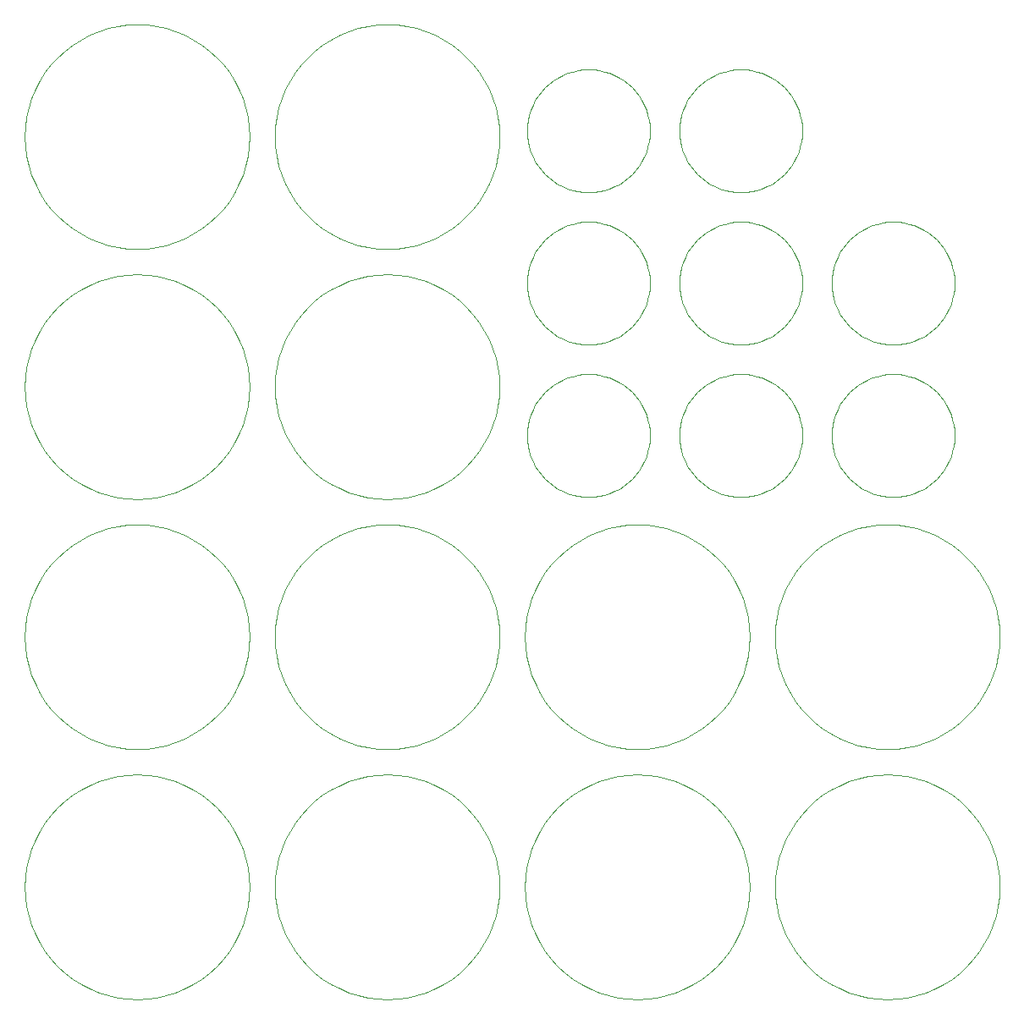
<source format=gko>
G04 This is an RS-274x file exported by *
G04 gerbv version 2.6.0 *
G04 More information is available about gerbv at *
G04 http://gerbv.gpleda.org/ *
G04 --End of header info--*
%MOIN*%
%FSLAX34Y34*%
%IPPOS*%
G04 --Define apertures--*
%ADD10C,0.0039*%
G04 --Start main section--*
G54D10*
G01X0004422Y0000000D02*
G01X0004405Y0000385D01*
G01X0004405Y0000385D02*
G01X0004355Y0000768D01*
G01X0004355Y0000768D02*
G01X0004271Y0001144D01*
G01X0004271Y0001144D02*
G01X0004155Y0001512D01*
G01X0004155Y0001512D02*
G01X0004007Y0001869D01*
G01X0004007Y0001869D02*
G01X0003829Y0002211D01*
G01X0003829Y0002211D02*
G01X0003622Y0002536D01*
G01X0003622Y0002536D02*
G01X0003387Y0002842D01*
G01X0003387Y0002842D02*
G01X0003127Y0003127D01*
G01X0003127Y0003127D02*
G01X0002842Y0003387D01*
G01X0002842Y0003387D02*
G01X0002536Y0003622D01*
G01X0002536Y0003622D02*
G01X0002211Y0003829D01*
G01X0002211Y0003829D02*
G01X0001869Y0004007D01*
G01X0001869Y0004007D02*
G01X0001512Y0004155D01*
G01X0001512Y0004155D02*
G01X0001144Y0004271D01*
G01X0001144Y0004271D02*
G01X0000768Y0004355D01*
G01X0000768Y0004355D02*
G01X0000385Y0004405D01*
G01X0000385Y0004405D02*
G01X0000000Y0004422D01*
G01X0000000Y0004422D02*
G01X-000385Y0004405D01*
G01X-000385Y0004405D02*
G01X-000768Y0004355D01*
G01X-000768Y0004355D02*
G01X-001144Y0004271D01*
G01X-001144Y0004271D02*
G01X-001512Y0004155D01*
G01X-001512Y0004155D02*
G01X-001869Y0004007D01*
G01X-001869Y0004007D02*
G01X-002211Y0003829D01*
G01X-002211Y0003829D02*
G01X-002536Y0003622D01*
G01X-002536Y0003622D02*
G01X-002842Y0003387D01*
G01X-002842Y0003387D02*
G01X-003127Y0003127D01*
G01X-003127Y0003127D02*
G01X-003387Y0002842D01*
G01X-003387Y0002842D02*
G01X-003622Y0002536D01*
G01X-003622Y0002536D02*
G01X-003829Y0002211D01*
G01X-003829Y0002211D02*
G01X-004007Y0001869D01*
G01X-004007Y0001869D02*
G01X-004155Y0001512D01*
G01X-004155Y0001512D02*
G01X-004271Y0001144D01*
G01X-004271Y0001144D02*
G01X-004355Y0000768D01*
G01X-004355Y0000768D02*
G01X-004405Y0000385D01*
G01X-004405Y0000385D02*
G01X-004422Y0000000D01*
G01X-004422Y0000000D02*
G01X-004405Y-000385D01*
G01X-004405Y-000385D02*
G01X-004355Y-000768D01*
G01X-004355Y-000768D02*
G01X-004271Y-001144D01*
G01X-004271Y-001144D02*
G01X-004155Y-001512D01*
G01X-004155Y-001512D02*
G01X-004007Y-001869D01*
G01X-004007Y-001869D02*
G01X-003829Y-002211D01*
G01X-003829Y-002211D02*
G01X-003622Y-002536D01*
G01X-003622Y-002536D02*
G01X-003387Y-002842D01*
G01X-003387Y-002842D02*
G01X-003127Y-003127D01*
G01X-003127Y-003127D02*
G01X-002842Y-003387D01*
G01X-002842Y-003387D02*
G01X-002536Y-003622D01*
G01X-002536Y-003622D02*
G01X-002211Y-003829D01*
G01X-002211Y-003829D02*
G01X-001869Y-004007D01*
G01X-001869Y-004007D02*
G01X-001512Y-004155D01*
G01X-001512Y-004155D02*
G01X-001144Y-004271D01*
G01X-001144Y-004271D02*
G01X-000768Y-004355D01*
G01X-000768Y-004355D02*
G01X-000385Y-004405D01*
G01X-000385Y-004405D02*
G01X0000000Y-004422D01*
G01X0000000Y-004422D02*
G01X0000385Y-004405D01*
G01X0000385Y-004405D02*
G01X0000768Y-004355D01*
G01X0000768Y-004355D02*
G01X0001144Y-004271D01*
G01X0001144Y-004271D02*
G01X0001512Y-004155D01*
G01X0001512Y-004155D02*
G01X0001869Y-004007D01*
G01X0001869Y-004007D02*
G01X0002211Y-003829D01*
G01X0002211Y-003829D02*
G01X0002536Y-003622D01*
G01X0002536Y-003622D02*
G01X0002842Y-003387D01*
G01X0002842Y-003387D02*
G01X0003127Y-003127D01*
G01X0003127Y-003127D02*
G01X0003387Y-002842D01*
G01X0003387Y-002842D02*
G01X0003622Y-002536D01*
G01X0003622Y-002536D02*
G01X0003829Y-002211D01*
G01X0003829Y-002211D02*
G01X0004007Y-001869D01*
G01X0004007Y-001869D02*
G01X0004155Y-001512D01*
G01X0004155Y-001512D02*
G01X0004271Y-001144D01*
G01X0004271Y-001144D02*
G01X0004355Y-000768D01*
G01X0004355Y-000768D02*
G01X0004405Y-000385D01*
G01X0004405Y-000385D02*
G01X0004422Y0000000D01*
G01X0023775Y0029775D02*
G01X0026195Y0029775D02*
G01X0026185Y0029986D01*
G01X0026185Y0029986D02*
G01X0026158Y0030195D01*
G01X0026158Y0030195D02*
G01X0026112Y0030401D01*
G01X0026112Y0030401D02*
G01X0026049Y0030603D01*
G01X0026049Y0030603D02*
G01X0025968Y0030798D01*
G01X0025968Y0030798D02*
G01X0025870Y0030985D01*
G01X0025870Y0030985D02*
G01X0025757Y0031163D01*
G01X0025757Y0031163D02*
G01X0025629Y0031330D01*
G01X0025629Y0031330D02*
G01X0025486Y0031486D01*
G01X0025486Y0031486D02*
G01X0025330Y0031629D01*
G01X0025330Y0031629D02*
G01X0025163Y0031757D01*
G01X0025163Y0031757D02*
G01X0024985Y0031870D01*
G01X0024985Y0031870D02*
G01X0024798Y0031968D01*
G01X0024798Y0031968D02*
G01X0024603Y0032049D01*
G01X0024603Y0032049D02*
G01X0024401Y0032112D01*
G01X0024401Y0032112D02*
G01X0024195Y0032158D01*
G01X0024195Y0032158D02*
G01X0023986Y0032185D01*
G01X0023986Y0032185D02*
G01X0023775Y0032195D01*
G01X0023775Y0032195D02*
G01X0023564Y0032185D01*
G01X0023564Y0032185D02*
G01X0023355Y0032158D01*
G01X0023355Y0032158D02*
G01X0023149Y0032112D01*
G01X0023149Y0032112D02*
G01X0022947Y0032049D01*
G01X0022947Y0032049D02*
G01X0022752Y0031968D01*
G01X0022752Y0031968D02*
G01X0022565Y0031870D01*
G01X0022565Y0031870D02*
G01X0022387Y0031757D01*
G01X0022387Y0031757D02*
G01X0022220Y0031629D01*
G01X0022220Y0031629D02*
G01X0022064Y0031486D01*
G01X0022064Y0031486D02*
G01X0021921Y0031330D01*
G01X0021921Y0031330D02*
G01X0021793Y0031163D01*
G01X0021793Y0031163D02*
G01X0021680Y0030985D01*
G01X0021680Y0030985D02*
G01X0021582Y0030798D01*
G01X0021582Y0030798D02*
G01X0021501Y0030603D01*
G01X0021501Y0030603D02*
G01X0021438Y0030401D01*
G01X0021438Y0030401D02*
G01X0021392Y0030195D01*
G01X0021392Y0030195D02*
G01X0021365Y0029986D01*
G01X0021365Y0029986D02*
G01X0021355Y0029775D01*
G01X0021355Y0029775D02*
G01X0021365Y0029564D01*
G01X0021365Y0029564D02*
G01X0021392Y0029355D01*
G01X0021392Y0029355D02*
G01X0021438Y0029149D01*
G01X0021438Y0029149D02*
G01X0021501Y0028947D01*
G01X0021501Y0028947D02*
G01X0021582Y0028752D01*
G01X0021582Y0028752D02*
G01X0021680Y0028565D01*
G01X0021680Y0028565D02*
G01X0021793Y0028387D01*
G01X0021793Y0028387D02*
G01X0021921Y0028220D01*
G01X0021921Y0028220D02*
G01X0022064Y0028064D01*
G01X0022064Y0028064D02*
G01X0022220Y0027921D01*
G01X0022220Y0027921D02*
G01X0022387Y0027793D01*
G01X0022387Y0027793D02*
G01X0022565Y0027680D01*
G01X0022565Y0027680D02*
G01X0022752Y0027582D01*
G01X0022752Y0027582D02*
G01X0022947Y0027501D01*
G01X0022947Y0027501D02*
G01X0023149Y0027438D01*
G01X0023149Y0027438D02*
G01X0023355Y0027392D01*
G01X0023355Y0027392D02*
G01X0023564Y0027365D01*
G01X0023564Y0027365D02*
G01X0023775Y0027355D01*
G01X0023775Y0027355D02*
G01X0023986Y0027365D01*
G01X0023986Y0027365D02*
G01X0024195Y0027392D01*
G01X0024195Y0027392D02*
G01X0024401Y0027438D01*
G01X0024401Y0027438D02*
G01X0024603Y0027501D01*
G01X0024603Y0027501D02*
G01X0024798Y0027582D01*
G01X0024798Y0027582D02*
G01X0024985Y0027680D01*
G01X0024985Y0027680D02*
G01X0025163Y0027793D01*
G01X0025163Y0027793D02*
G01X0025330Y0027921D01*
G01X0025330Y0027921D02*
G01X0025486Y0028064D01*
G01X0025486Y0028064D02*
G01X0025629Y0028220D01*
G01X0025629Y0028220D02*
G01X0025757Y0028387D01*
G01X0025757Y0028387D02*
G01X0025870Y0028565D01*
G01X0025870Y0028565D02*
G01X0025968Y0028752D01*
G01X0025968Y0028752D02*
G01X0026049Y0028947D01*
G01X0026049Y0028947D02*
G01X0026112Y0029149D01*
G01X0026112Y0029149D02*
G01X0026158Y0029355D01*
G01X0026158Y0029355D02*
G01X0026185Y0029564D01*
G01X0026185Y0029564D02*
G01X0026195Y0029775D01*
G01X0017775Y0029775D02*
G01X0020195Y0029775D02*
G01X0020185Y0029986D01*
G01X0020185Y0029986D02*
G01X0020158Y0030195D01*
G01X0020158Y0030195D02*
G01X0020112Y0030401D01*
G01X0020112Y0030401D02*
G01X0020049Y0030603D01*
G01X0020049Y0030603D02*
G01X0019968Y0030798D01*
G01X0019968Y0030798D02*
G01X0019870Y0030985D01*
G01X0019870Y0030985D02*
G01X0019757Y0031163D01*
G01X0019757Y0031163D02*
G01X0019629Y0031330D01*
G01X0019629Y0031330D02*
G01X0019486Y0031486D01*
G01X0019486Y0031486D02*
G01X0019330Y0031629D01*
G01X0019330Y0031629D02*
G01X0019163Y0031757D01*
G01X0019163Y0031757D02*
G01X0018985Y0031870D01*
G01X0018985Y0031870D02*
G01X0018798Y0031968D01*
G01X0018798Y0031968D02*
G01X0018603Y0032049D01*
G01X0018603Y0032049D02*
G01X0018401Y0032112D01*
G01X0018401Y0032112D02*
G01X0018195Y0032158D01*
G01X0018195Y0032158D02*
G01X0017986Y0032185D01*
G01X0017986Y0032185D02*
G01X0017775Y0032195D01*
G01X0017775Y0032195D02*
G01X0017564Y0032185D01*
G01X0017564Y0032185D02*
G01X0017355Y0032158D01*
G01X0017355Y0032158D02*
G01X0017149Y0032112D01*
G01X0017149Y0032112D02*
G01X0016947Y0032049D01*
G01X0016947Y0032049D02*
G01X0016752Y0031968D01*
G01X0016752Y0031968D02*
G01X0016565Y0031870D01*
G01X0016565Y0031870D02*
G01X0016387Y0031757D01*
G01X0016387Y0031757D02*
G01X0016220Y0031629D01*
G01X0016220Y0031629D02*
G01X0016064Y0031486D01*
G01X0016064Y0031486D02*
G01X0015921Y0031330D01*
G01X0015921Y0031330D02*
G01X0015793Y0031163D01*
G01X0015793Y0031163D02*
G01X0015680Y0030985D01*
G01X0015680Y0030985D02*
G01X0015582Y0030798D01*
G01X0015582Y0030798D02*
G01X0015501Y0030603D01*
G01X0015501Y0030603D02*
G01X0015438Y0030401D01*
G01X0015438Y0030401D02*
G01X0015392Y0030195D01*
G01X0015392Y0030195D02*
G01X0015365Y0029986D01*
G01X0015365Y0029986D02*
G01X0015355Y0029775D01*
G01X0015355Y0029775D02*
G01X0015365Y0029564D01*
G01X0015365Y0029564D02*
G01X0015392Y0029355D01*
G01X0015392Y0029355D02*
G01X0015438Y0029149D01*
G01X0015438Y0029149D02*
G01X0015501Y0028947D01*
G01X0015501Y0028947D02*
G01X0015582Y0028752D01*
G01X0015582Y0028752D02*
G01X0015680Y0028565D01*
G01X0015680Y0028565D02*
G01X0015793Y0028387D01*
G01X0015793Y0028387D02*
G01X0015921Y0028220D01*
G01X0015921Y0028220D02*
G01X0016064Y0028064D01*
G01X0016064Y0028064D02*
G01X0016220Y0027921D01*
G01X0016220Y0027921D02*
G01X0016387Y0027793D01*
G01X0016387Y0027793D02*
G01X0016565Y0027680D01*
G01X0016565Y0027680D02*
G01X0016752Y0027582D01*
G01X0016752Y0027582D02*
G01X0016947Y0027501D01*
G01X0016947Y0027501D02*
G01X0017149Y0027438D01*
G01X0017149Y0027438D02*
G01X0017355Y0027392D01*
G01X0017355Y0027392D02*
G01X0017564Y0027365D01*
G01X0017564Y0027365D02*
G01X0017775Y0027355D01*
G01X0017775Y0027355D02*
G01X0017986Y0027365D01*
G01X0017986Y0027365D02*
G01X0018195Y0027392D01*
G01X0018195Y0027392D02*
G01X0018401Y0027438D01*
G01X0018401Y0027438D02*
G01X0018603Y0027501D01*
G01X0018603Y0027501D02*
G01X0018798Y0027582D01*
G01X0018798Y0027582D02*
G01X0018985Y0027680D01*
G01X0018985Y0027680D02*
G01X0019163Y0027793D01*
G01X0019163Y0027793D02*
G01X0019330Y0027921D01*
G01X0019330Y0027921D02*
G01X0019486Y0028064D01*
G01X0019486Y0028064D02*
G01X0019629Y0028220D01*
G01X0019629Y0028220D02*
G01X0019757Y0028387D01*
G01X0019757Y0028387D02*
G01X0019870Y0028565D01*
G01X0019870Y0028565D02*
G01X0019968Y0028752D01*
G01X0019968Y0028752D02*
G01X0020049Y0028947D01*
G01X0020049Y0028947D02*
G01X0020112Y0029149D01*
G01X0020112Y0029149D02*
G01X0020158Y0029355D01*
G01X0020158Y0029355D02*
G01X0020185Y0029564D01*
G01X0020185Y0029564D02*
G01X0020195Y0029775D01*
G01X0029775Y0023775D02*
G01X0032195Y0023775D02*
G01X0032185Y0023986D01*
G01X0032185Y0023986D02*
G01X0032158Y0024195D01*
G01X0032158Y0024195D02*
G01X0032112Y0024401D01*
G01X0032112Y0024401D02*
G01X0032049Y0024603D01*
G01X0032049Y0024603D02*
G01X0031968Y0024798D01*
G01X0031968Y0024798D02*
G01X0031870Y0024985D01*
G01X0031870Y0024985D02*
G01X0031757Y0025163D01*
G01X0031757Y0025163D02*
G01X0031629Y0025330D01*
G01X0031629Y0025330D02*
G01X0031486Y0025486D01*
G01X0031486Y0025486D02*
G01X0031330Y0025629D01*
G01X0031330Y0025629D02*
G01X0031163Y0025757D01*
G01X0031163Y0025757D02*
G01X0030985Y0025870D01*
G01X0030985Y0025870D02*
G01X0030798Y0025968D01*
G01X0030798Y0025968D02*
G01X0030603Y0026049D01*
G01X0030603Y0026049D02*
G01X0030401Y0026112D01*
G01X0030401Y0026112D02*
G01X0030195Y0026158D01*
G01X0030195Y0026158D02*
G01X0029986Y0026185D01*
G01X0029986Y0026185D02*
G01X0029775Y0026195D01*
G01X0029775Y0026195D02*
G01X0029564Y0026185D01*
G01X0029564Y0026185D02*
G01X0029355Y0026158D01*
G01X0029355Y0026158D02*
G01X0029149Y0026112D01*
G01X0029149Y0026112D02*
G01X0028947Y0026049D01*
G01X0028947Y0026049D02*
G01X0028752Y0025968D01*
G01X0028752Y0025968D02*
G01X0028565Y0025870D01*
G01X0028565Y0025870D02*
G01X0028387Y0025757D01*
G01X0028387Y0025757D02*
G01X0028220Y0025629D01*
G01X0028220Y0025629D02*
G01X0028064Y0025486D01*
G01X0028064Y0025486D02*
G01X0027921Y0025330D01*
G01X0027921Y0025330D02*
G01X0027793Y0025163D01*
G01X0027793Y0025163D02*
G01X0027680Y0024985D01*
G01X0027680Y0024985D02*
G01X0027582Y0024798D01*
G01X0027582Y0024798D02*
G01X0027501Y0024603D01*
G01X0027501Y0024603D02*
G01X0027438Y0024401D01*
G01X0027438Y0024401D02*
G01X0027392Y0024195D01*
G01X0027392Y0024195D02*
G01X0027365Y0023986D01*
G01X0027365Y0023986D02*
G01X0027355Y0023775D01*
G01X0027355Y0023775D02*
G01X0027365Y0023564D01*
G01X0027365Y0023564D02*
G01X0027392Y0023355D01*
G01X0027392Y0023355D02*
G01X0027438Y0023149D01*
G01X0027438Y0023149D02*
G01X0027501Y0022947D01*
G01X0027501Y0022947D02*
G01X0027582Y0022752D01*
G01X0027582Y0022752D02*
G01X0027680Y0022565D01*
G01X0027680Y0022565D02*
G01X0027793Y0022387D01*
G01X0027793Y0022387D02*
G01X0027921Y0022220D01*
G01X0027921Y0022220D02*
G01X0028064Y0022064D01*
G01X0028064Y0022064D02*
G01X0028220Y0021921D01*
G01X0028220Y0021921D02*
G01X0028387Y0021793D01*
G01X0028387Y0021793D02*
G01X0028565Y0021680D01*
G01X0028565Y0021680D02*
G01X0028752Y0021582D01*
G01X0028752Y0021582D02*
G01X0028947Y0021501D01*
G01X0028947Y0021501D02*
G01X0029149Y0021438D01*
G01X0029149Y0021438D02*
G01X0029355Y0021392D01*
G01X0029355Y0021392D02*
G01X0029564Y0021365D01*
G01X0029564Y0021365D02*
G01X0029775Y0021355D01*
G01X0029775Y0021355D02*
G01X0029986Y0021365D01*
G01X0029986Y0021365D02*
G01X0030195Y0021392D01*
G01X0030195Y0021392D02*
G01X0030401Y0021438D01*
G01X0030401Y0021438D02*
G01X0030603Y0021501D01*
G01X0030603Y0021501D02*
G01X0030798Y0021582D01*
G01X0030798Y0021582D02*
G01X0030985Y0021680D01*
G01X0030985Y0021680D02*
G01X0031163Y0021793D01*
G01X0031163Y0021793D02*
G01X0031330Y0021921D01*
G01X0031330Y0021921D02*
G01X0031486Y0022064D01*
G01X0031486Y0022064D02*
G01X0031629Y0022220D01*
G01X0031629Y0022220D02*
G01X0031757Y0022387D01*
G01X0031757Y0022387D02*
G01X0031870Y0022565D01*
G01X0031870Y0022565D02*
G01X0031968Y0022752D01*
G01X0031968Y0022752D02*
G01X0032049Y0022947D01*
G01X0032049Y0022947D02*
G01X0032112Y0023149D01*
G01X0032112Y0023149D02*
G01X0032158Y0023355D01*
G01X0032158Y0023355D02*
G01X0032185Y0023564D01*
G01X0032185Y0023564D02*
G01X0032195Y0023775D01*
G01X0023775Y0023775D02*
G01X0026195Y0023775D02*
G01X0026185Y0023986D01*
G01X0026185Y0023986D02*
G01X0026158Y0024195D01*
G01X0026158Y0024195D02*
G01X0026112Y0024401D01*
G01X0026112Y0024401D02*
G01X0026049Y0024603D01*
G01X0026049Y0024603D02*
G01X0025968Y0024798D01*
G01X0025968Y0024798D02*
G01X0025870Y0024985D01*
G01X0025870Y0024985D02*
G01X0025757Y0025163D01*
G01X0025757Y0025163D02*
G01X0025629Y0025330D01*
G01X0025629Y0025330D02*
G01X0025486Y0025486D01*
G01X0025486Y0025486D02*
G01X0025330Y0025629D01*
G01X0025330Y0025629D02*
G01X0025163Y0025757D01*
G01X0025163Y0025757D02*
G01X0024985Y0025870D01*
G01X0024985Y0025870D02*
G01X0024798Y0025968D01*
G01X0024798Y0025968D02*
G01X0024603Y0026049D01*
G01X0024603Y0026049D02*
G01X0024401Y0026112D01*
G01X0024401Y0026112D02*
G01X0024195Y0026158D01*
G01X0024195Y0026158D02*
G01X0023986Y0026185D01*
G01X0023986Y0026185D02*
G01X0023775Y0026195D01*
G01X0023775Y0026195D02*
G01X0023564Y0026185D01*
G01X0023564Y0026185D02*
G01X0023355Y0026158D01*
G01X0023355Y0026158D02*
G01X0023149Y0026112D01*
G01X0023149Y0026112D02*
G01X0022947Y0026049D01*
G01X0022947Y0026049D02*
G01X0022752Y0025968D01*
G01X0022752Y0025968D02*
G01X0022565Y0025870D01*
G01X0022565Y0025870D02*
G01X0022387Y0025757D01*
G01X0022387Y0025757D02*
G01X0022220Y0025629D01*
G01X0022220Y0025629D02*
G01X0022064Y0025486D01*
G01X0022064Y0025486D02*
G01X0021921Y0025330D01*
G01X0021921Y0025330D02*
G01X0021793Y0025163D01*
G01X0021793Y0025163D02*
G01X0021680Y0024985D01*
G01X0021680Y0024985D02*
G01X0021582Y0024798D01*
G01X0021582Y0024798D02*
G01X0021501Y0024603D01*
G01X0021501Y0024603D02*
G01X0021438Y0024401D01*
G01X0021438Y0024401D02*
G01X0021392Y0024195D01*
G01X0021392Y0024195D02*
G01X0021365Y0023986D01*
G01X0021365Y0023986D02*
G01X0021355Y0023775D01*
G01X0021355Y0023775D02*
G01X0021365Y0023564D01*
G01X0021365Y0023564D02*
G01X0021392Y0023355D01*
G01X0021392Y0023355D02*
G01X0021438Y0023149D01*
G01X0021438Y0023149D02*
G01X0021501Y0022947D01*
G01X0021501Y0022947D02*
G01X0021582Y0022752D01*
G01X0021582Y0022752D02*
G01X0021680Y0022565D01*
G01X0021680Y0022565D02*
G01X0021793Y0022387D01*
G01X0021793Y0022387D02*
G01X0021921Y0022220D01*
G01X0021921Y0022220D02*
G01X0022064Y0022064D01*
G01X0022064Y0022064D02*
G01X0022220Y0021921D01*
G01X0022220Y0021921D02*
G01X0022387Y0021793D01*
G01X0022387Y0021793D02*
G01X0022565Y0021680D01*
G01X0022565Y0021680D02*
G01X0022752Y0021582D01*
G01X0022752Y0021582D02*
G01X0022947Y0021501D01*
G01X0022947Y0021501D02*
G01X0023149Y0021438D01*
G01X0023149Y0021438D02*
G01X0023355Y0021392D01*
G01X0023355Y0021392D02*
G01X0023564Y0021365D01*
G01X0023564Y0021365D02*
G01X0023775Y0021355D01*
G01X0023775Y0021355D02*
G01X0023986Y0021365D01*
G01X0023986Y0021365D02*
G01X0024195Y0021392D01*
G01X0024195Y0021392D02*
G01X0024401Y0021438D01*
G01X0024401Y0021438D02*
G01X0024603Y0021501D01*
G01X0024603Y0021501D02*
G01X0024798Y0021582D01*
G01X0024798Y0021582D02*
G01X0024985Y0021680D01*
G01X0024985Y0021680D02*
G01X0025163Y0021793D01*
G01X0025163Y0021793D02*
G01X0025330Y0021921D01*
G01X0025330Y0021921D02*
G01X0025486Y0022064D01*
G01X0025486Y0022064D02*
G01X0025629Y0022220D01*
G01X0025629Y0022220D02*
G01X0025757Y0022387D01*
G01X0025757Y0022387D02*
G01X0025870Y0022565D01*
G01X0025870Y0022565D02*
G01X0025968Y0022752D01*
G01X0025968Y0022752D02*
G01X0026049Y0022947D01*
G01X0026049Y0022947D02*
G01X0026112Y0023149D01*
G01X0026112Y0023149D02*
G01X0026158Y0023355D01*
G01X0026158Y0023355D02*
G01X0026185Y0023564D01*
G01X0026185Y0023564D02*
G01X0026195Y0023775D01*
G01X0017775Y0023775D02*
G01X0020195Y0023775D02*
G01X0020185Y0023986D01*
G01X0020185Y0023986D02*
G01X0020158Y0024195D01*
G01X0020158Y0024195D02*
G01X0020112Y0024401D01*
G01X0020112Y0024401D02*
G01X0020049Y0024603D01*
G01X0020049Y0024603D02*
G01X0019968Y0024798D01*
G01X0019968Y0024798D02*
G01X0019870Y0024985D01*
G01X0019870Y0024985D02*
G01X0019757Y0025163D01*
G01X0019757Y0025163D02*
G01X0019629Y0025330D01*
G01X0019629Y0025330D02*
G01X0019486Y0025486D01*
G01X0019486Y0025486D02*
G01X0019330Y0025629D01*
G01X0019330Y0025629D02*
G01X0019163Y0025757D01*
G01X0019163Y0025757D02*
G01X0018985Y0025870D01*
G01X0018985Y0025870D02*
G01X0018798Y0025968D01*
G01X0018798Y0025968D02*
G01X0018603Y0026049D01*
G01X0018603Y0026049D02*
G01X0018401Y0026112D01*
G01X0018401Y0026112D02*
G01X0018195Y0026158D01*
G01X0018195Y0026158D02*
G01X0017986Y0026185D01*
G01X0017986Y0026185D02*
G01X0017775Y0026195D01*
G01X0017775Y0026195D02*
G01X0017564Y0026185D01*
G01X0017564Y0026185D02*
G01X0017355Y0026158D01*
G01X0017355Y0026158D02*
G01X0017149Y0026112D01*
G01X0017149Y0026112D02*
G01X0016947Y0026049D01*
G01X0016947Y0026049D02*
G01X0016752Y0025968D01*
G01X0016752Y0025968D02*
G01X0016565Y0025870D01*
G01X0016565Y0025870D02*
G01X0016387Y0025757D01*
G01X0016387Y0025757D02*
G01X0016220Y0025629D01*
G01X0016220Y0025629D02*
G01X0016064Y0025486D01*
G01X0016064Y0025486D02*
G01X0015921Y0025330D01*
G01X0015921Y0025330D02*
G01X0015793Y0025163D01*
G01X0015793Y0025163D02*
G01X0015680Y0024985D01*
G01X0015680Y0024985D02*
G01X0015582Y0024798D01*
G01X0015582Y0024798D02*
G01X0015501Y0024603D01*
G01X0015501Y0024603D02*
G01X0015438Y0024401D01*
G01X0015438Y0024401D02*
G01X0015392Y0024195D01*
G01X0015392Y0024195D02*
G01X0015365Y0023986D01*
G01X0015365Y0023986D02*
G01X0015355Y0023775D01*
G01X0015355Y0023775D02*
G01X0015365Y0023564D01*
G01X0015365Y0023564D02*
G01X0015392Y0023355D01*
G01X0015392Y0023355D02*
G01X0015438Y0023149D01*
G01X0015438Y0023149D02*
G01X0015501Y0022947D01*
G01X0015501Y0022947D02*
G01X0015582Y0022752D01*
G01X0015582Y0022752D02*
G01X0015680Y0022565D01*
G01X0015680Y0022565D02*
G01X0015793Y0022387D01*
G01X0015793Y0022387D02*
G01X0015921Y0022220D01*
G01X0015921Y0022220D02*
G01X0016064Y0022064D01*
G01X0016064Y0022064D02*
G01X0016220Y0021921D01*
G01X0016220Y0021921D02*
G01X0016387Y0021793D01*
G01X0016387Y0021793D02*
G01X0016565Y0021680D01*
G01X0016565Y0021680D02*
G01X0016752Y0021582D01*
G01X0016752Y0021582D02*
G01X0016947Y0021501D01*
G01X0016947Y0021501D02*
G01X0017149Y0021438D01*
G01X0017149Y0021438D02*
G01X0017355Y0021392D01*
G01X0017355Y0021392D02*
G01X0017564Y0021365D01*
G01X0017564Y0021365D02*
G01X0017775Y0021355D01*
G01X0017775Y0021355D02*
G01X0017986Y0021365D01*
G01X0017986Y0021365D02*
G01X0018195Y0021392D01*
G01X0018195Y0021392D02*
G01X0018401Y0021438D01*
G01X0018401Y0021438D02*
G01X0018603Y0021501D01*
G01X0018603Y0021501D02*
G01X0018798Y0021582D01*
G01X0018798Y0021582D02*
G01X0018985Y0021680D01*
G01X0018985Y0021680D02*
G01X0019163Y0021793D01*
G01X0019163Y0021793D02*
G01X0019330Y0021921D01*
G01X0019330Y0021921D02*
G01X0019486Y0022064D01*
G01X0019486Y0022064D02*
G01X0019629Y0022220D01*
G01X0019629Y0022220D02*
G01X0019757Y0022387D01*
G01X0019757Y0022387D02*
G01X0019870Y0022565D01*
G01X0019870Y0022565D02*
G01X0019968Y0022752D01*
G01X0019968Y0022752D02*
G01X0020049Y0022947D01*
G01X0020049Y0022947D02*
G01X0020112Y0023149D01*
G01X0020112Y0023149D02*
G01X0020158Y0023355D01*
G01X0020158Y0023355D02*
G01X0020185Y0023564D01*
G01X0020185Y0023564D02*
G01X0020195Y0023775D01*
G01X0029775Y0017775D02*
G01X0032195Y0017775D02*
G01X0032185Y0017986D01*
G01X0032185Y0017986D02*
G01X0032158Y0018195D01*
G01X0032158Y0018195D02*
G01X0032112Y0018401D01*
G01X0032112Y0018401D02*
G01X0032049Y0018603D01*
G01X0032049Y0018603D02*
G01X0031968Y0018798D01*
G01X0031968Y0018798D02*
G01X0031870Y0018985D01*
G01X0031870Y0018985D02*
G01X0031757Y0019163D01*
G01X0031757Y0019163D02*
G01X0031629Y0019330D01*
G01X0031629Y0019330D02*
G01X0031486Y0019486D01*
G01X0031486Y0019486D02*
G01X0031330Y0019629D01*
G01X0031330Y0019629D02*
G01X0031163Y0019757D01*
G01X0031163Y0019757D02*
G01X0030985Y0019870D01*
G01X0030985Y0019870D02*
G01X0030798Y0019968D01*
G01X0030798Y0019968D02*
G01X0030603Y0020049D01*
G01X0030603Y0020049D02*
G01X0030401Y0020112D01*
G01X0030401Y0020112D02*
G01X0030195Y0020158D01*
G01X0030195Y0020158D02*
G01X0029986Y0020185D01*
G01X0029986Y0020185D02*
G01X0029775Y0020195D01*
G01X0029775Y0020195D02*
G01X0029564Y0020185D01*
G01X0029564Y0020185D02*
G01X0029355Y0020158D01*
G01X0029355Y0020158D02*
G01X0029149Y0020112D01*
G01X0029149Y0020112D02*
G01X0028947Y0020049D01*
G01X0028947Y0020049D02*
G01X0028752Y0019968D01*
G01X0028752Y0019968D02*
G01X0028565Y0019870D01*
G01X0028565Y0019870D02*
G01X0028387Y0019757D01*
G01X0028387Y0019757D02*
G01X0028220Y0019629D01*
G01X0028220Y0019629D02*
G01X0028064Y0019486D01*
G01X0028064Y0019486D02*
G01X0027921Y0019330D01*
G01X0027921Y0019330D02*
G01X0027793Y0019163D01*
G01X0027793Y0019163D02*
G01X0027680Y0018985D01*
G01X0027680Y0018985D02*
G01X0027582Y0018798D01*
G01X0027582Y0018798D02*
G01X0027501Y0018603D01*
G01X0027501Y0018603D02*
G01X0027438Y0018401D01*
G01X0027438Y0018401D02*
G01X0027392Y0018195D01*
G01X0027392Y0018195D02*
G01X0027365Y0017986D01*
G01X0027365Y0017986D02*
G01X0027355Y0017775D01*
G01X0027355Y0017775D02*
G01X0027365Y0017564D01*
G01X0027365Y0017564D02*
G01X0027392Y0017355D01*
G01X0027392Y0017355D02*
G01X0027438Y0017149D01*
G01X0027438Y0017149D02*
G01X0027501Y0016947D01*
G01X0027501Y0016947D02*
G01X0027582Y0016752D01*
G01X0027582Y0016752D02*
G01X0027680Y0016565D01*
G01X0027680Y0016565D02*
G01X0027793Y0016387D01*
G01X0027793Y0016387D02*
G01X0027921Y0016220D01*
G01X0027921Y0016220D02*
G01X0028064Y0016064D01*
G01X0028064Y0016064D02*
G01X0028220Y0015921D01*
G01X0028220Y0015921D02*
G01X0028387Y0015793D01*
G01X0028387Y0015793D02*
G01X0028565Y0015680D01*
G01X0028565Y0015680D02*
G01X0028752Y0015582D01*
G01X0028752Y0015582D02*
G01X0028947Y0015501D01*
G01X0028947Y0015501D02*
G01X0029149Y0015438D01*
G01X0029149Y0015438D02*
G01X0029355Y0015392D01*
G01X0029355Y0015392D02*
G01X0029564Y0015365D01*
G01X0029564Y0015365D02*
G01X0029775Y0015355D01*
G01X0029775Y0015355D02*
G01X0029986Y0015365D01*
G01X0029986Y0015365D02*
G01X0030195Y0015392D01*
G01X0030195Y0015392D02*
G01X0030401Y0015438D01*
G01X0030401Y0015438D02*
G01X0030603Y0015501D01*
G01X0030603Y0015501D02*
G01X0030798Y0015582D01*
G01X0030798Y0015582D02*
G01X0030985Y0015680D01*
G01X0030985Y0015680D02*
G01X0031163Y0015793D01*
G01X0031163Y0015793D02*
G01X0031330Y0015921D01*
G01X0031330Y0015921D02*
G01X0031486Y0016064D01*
G01X0031486Y0016064D02*
G01X0031629Y0016220D01*
G01X0031629Y0016220D02*
G01X0031757Y0016387D01*
G01X0031757Y0016387D02*
G01X0031870Y0016565D01*
G01X0031870Y0016565D02*
G01X0031968Y0016752D01*
G01X0031968Y0016752D02*
G01X0032049Y0016947D01*
G01X0032049Y0016947D02*
G01X0032112Y0017149D01*
G01X0032112Y0017149D02*
G01X0032158Y0017355D01*
G01X0032158Y0017355D02*
G01X0032185Y0017564D01*
G01X0032185Y0017564D02*
G01X0032195Y0017775D01*
G01X0023775Y0017775D02*
G01X0026195Y0017775D02*
G01X0026185Y0017986D01*
G01X0026185Y0017986D02*
G01X0026158Y0018195D01*
G01X0026158Y0018195D02*
G01X0026112Y0018401D01*
G01X0026112Y0018401D02*
G01X0026049Y0018603D01*
G01X0026049Y0018603D02*
G01X0025968Y0018798D01*
G01X0025968Y0018798D02*
G01X0025870Y0018985D01*
G01X0025870Y0018985D02*
G01X0025757Y0019163D01*
G01X0025757Y0019163D02*
G01X0025629Y0019330D01*
G01X0025629Y0019330D02*
G01X0025486Y0019486D01*
G01X0025486Y0019486D02*
G01X0025330Y0019629D01*
G01X0025330Y0019629D02*
G01X0025163Y0019757D01*
G01X0025163Y0019757D02*
G01X0024985Y0019870D01*
G01X0024985Y0019870D02*
G01X0024798Y0019968D01*
G01X0024798Y0019968D02*
G01X0024603Y0020049D01*
G01X0024603Y0020049D02*
G01X0024401Y0020112D01*
G01X0024401Y0020112D02*
G01X0024195Y0020158D01*
G01X0024195Y0020158D02*
G01X0023986Y0020185D01*
G01X0023986Y0020185D02*
G01X0023775Y0020195D01*
G01X0023775Y0020195D02*
G01X0023564Y0020185D01*
G01X0023564Y0020185D02*
G01X0023355Y0020158D01*
G01X0023355Y0020158D02*
G01X0023149Y0020112D01*
G01X0023149Y0020112D02*
G01X0022947Y0020049D01*
G01X0022947Y0020049D02*
G01X0022752Y0019968D01*
G01X0022752Y0019968D02*
G01X0022565Y0019870D01*
G01X0022565Y0019870D02*
G01X0022387Y0019757D01*
G01X0022387Y0019757D02*
G01X0022220Y0019629D01*
G01X0022220Y0019629D02*
G01X0022064Y0019486D01*
G01X0022064Y0019486D02*
G01X0021921Y0019330D01*
G01X0021921Y0019330D02*
G01X0021793Y0019163D01*
G01X0021793Y0019163D02*
G01X0021680Y0018985D01*
G01X0021680Y0018985D02*
G01X0021582Y0018798D01*
G01X0021582Y0018798D02*
G01X0021501Y0018603D01*
G01X0021501Y0018603D02*
G01X0021438Y0018401D01*
G01X0021438Y0018401D02*
G01X0021392Y0018195D01*
G01X0021392Y0018195D02*
G01X0021365Y0017986D01*
G01X0021365Y0017986D02*
G01X0021355Y0017775D01*
G01X0021355Y0017775D02*
G01X0021365Y0017564D01*
G01X0021365Y0017564D02*
G01X0021392Y0017355D01*
G01X0021392Y0017355D02*
G01X0021438Y0017149D01*
G01X0021438Y0017149D02*
G01X0021501Y0016947D01*
G01X0021501Y0016947D02*
G01X0021582Y0016752D01*
G01X0021582Y0016752D02*
G01X0021680Y0016565D01*
G01X0021680Y0016565D02*
G01X0021793Y0016387D01*
G01X0021793Y0016387D02*
G01X0021921Y0016220D01*
G01X0021921Y0016220D02*
G01X0022064Y0016064D01*
G01X0022064Y0016064D02*
G01X0022220Y0015921D01*
G01X0022220Y0015921D02*
G01X0022387Y0015793D01*
G01X0022387Y0015793D02*
G01X0022565Y0015680D01*
G01X0022565Y0015680D02*
G01X0022752Y0015582D01*
G01X0022752Y0015582D02*
G01X0022947Y0015501D01*
G01X0022947Y0015501D02*
G01X0023149Y0015438D01*
G01X0023149Y0015438D02*
G01X0023355Y0015392D01*
G01X0023355Y0015392D02*
G01X0023564Y0015365D01*
G01X0023564Y0015365D02*
G01X0023775Y0015355D01*
G01X0023775Y0015355D02*
G01X0023986Y0015365D01*
G01X0023986Y0015365D02*
G01X0024195Y0015392D01*
G01X0024195Y0015392D02*
G01X0024401Y0015438D01*
G01X0024401Y0015438D02*
G01X0024603Y0015501D01*
G01X0024603Y0015501D02*
G01X0024798Y0015582D01*
G01X0024798Y0015582D02*
G01X0024985Y0015680D01*
G01X0024985Y0015680D02*
G01X0025163Y0015793D01*
G01X0025163Y0015793D02*
G01X0025330Y0015921D01*
G01X0025330Y0015921D02*
G01X0025486Y0016064D01*
G01X0025486Y0016064D02*
G01X0025629Y0016220D01*
G01X0025629Y0016220D02*
G01X0025757Y0016387D01*
G01X0025757Y0016387D02*
G01X0025870Y0016565D01*
G01X0025870Y0016565D02*
G01X0025968Y0016752D01*
G01X0025968Y0016752D02*
G01X0026049Y0016947D01*
G01X0026049Y0016947D02*
G01X0026112Y0017149D01*
G01X0026112Y0017149D02*
G01X0026158Y0017355D01*
G01X0026158Y0017355D02*
G01X0026185Y0017564D01*
G01X0026185Y0017564D02*
G01X0026195Y0017775D01*
G01X0017775Y0017775D02*
G01X0020195Y0017775D02*
G01X0020185Y0017986D01*
G01X0020185Y0017986D02*
G01X0020158Y0018195D01*
G01X0020158Y0018195D02*
G01X0020112Y0018401D01*
G01X0020112Y0018401D02*
G01X0020049Y0018603D01*
G01X0020049Y0018603D02*
G01X0019968Y0018798D01*
G01X0019968Y0018798D02*
G01X0019870Y0018985D01*
G01X0019870Y0018985D02*
G01X0019757Y0019163D01*
G01X0019757Y0019163D02*
G01X0019629Y0019330D01*
G01X0019629Y0019330D02*
G01X0019486Y0019486D01*
G01X0019486Y0019486D02*
G01X0019330Y0019629D01*
G01X0019330Y0019629D02*
G01X0019163Y0019757D01*
G01X0019163Y0019757D02*
G01X0018985Y0019870D01*
G01X0018985Y0019870D02*
G01X0018798Y0019968D01*
G01X0018798Y0019968D02*
G01X0018603Y0020049D01*
G01X0018603Y0020049D02*
G01X0018401Y0020112D01*
G01X0018401Y0020112D02*
G01X0018195Y0020158D01*
G01X0018195Y0020158D02*
G01X0017986Y0020185D01*
G01X0017986Y0020185D02*
G01X0017775Y0020195D01*
G01X0017775Y0020195D02*
G01X0017564Y0020185D01*
G01X0017564Y0020185D02*
G01X0017355Y0020158D01*
G01X0017355Y0020158D02*
G01X0017149Y0020112D01*
G01X0017149Y0020112D02*
G01X0016947Y0020049D01*
G01X0016947Y0020049D02*
G01X0016752Y0019968D01*
G01X0016752Y0019968D02*
G01X0016565Y0019870D01*
G01X0016565Y0019870D02*
G01X0016387Y0019757D01*
G01X0016387Y0019757D02*
G01X0016220Y0019629D01*
G01X0016220Y0019629D02*
G01X0016064Y0019486D01*
G01X0016064Y0019486D02*
G01X0015921Y0019330D01*
G01X0015921Y0019330D02*
G01X0015793Y0019163D01*
G01X0015793Y0019163D02*
G01X0015680Y0018985D01*
G01X0015680Y0018985D02*
G01X0015582Y0018798D01*
G01X0015582Y0018798D02*
G01X0015501Y0018603D01*
G01X0015501Y0018603D02*
G01X0015438Y0018401D01*
G01X0015438Y0018401D02*
G01X0015392Y0018195D01*
G01X0015392Y0018195D02*
G01X0015365Y0017986D01*
G01X0015365Y0017986D02*
G01X0015355Y0017775D01*
G01X0015355Y0017775D02*
G01X0015365Y0017564D01*
G01X0015365Y0017564D02*
G01X0015392Y0017355D01*
G01X0015392Y0017355D02*
G01X0015438Y0017149D01*
G01X0015438Y0017149D02*
G01X0015501Y0016947D01*
G01X0015501Y0016947D02*
G01X0015582Y0016752D01*
G01X0015582Y0016752D02*
G01X0015680Y0016565D01*
G01X0015680Y0016565D02*
G01X0015793Y0016387D01*
G01X0015793Y0016387D02*
G01X0015921Y0016220D01*
G01X0015921Y0016220D02*
G01X0016064Y0016064D01*
G01X0016064Y0016064D02*
G01X0016220Y0015921D01*
G01X0016220Y0015921D02*
G01X0016387Y0015793D01*
G01X0016387Y0015793D02*
G01X0016565Y0015680D01*
G01X0016565Y0015680D02*
G01X0016752Y0015582D01*
G01X0016752Y0015582D02*
G01X0016947Y0015501D01*
G01X0016947Y0015501D02*
G01X0017149Y0015438D01*
G01X0017149Y0015438D02*
G01X0017355Y0015392D01*
G01X0017355Y0015392D02*
G01X0017564Y0015365D01*
G01X0017564Y0015365D02*
G01X0017775Y0015355D01*
G01X0017775Y0015355D02*
G01X0017986Y0015365D01*
G01X0017986Y0015365D02*
G01X0018195Y0015392D01*
G01X0018195Y0015392D02*
G01X0018401Y0015438D01*
G01X0018401Y0015438D02*
G01X0018603Y0015501D01*
G01X0018603Y0015501D02*
G01X0018798Y0015582D01*
G01X0018798Y0015582D02*
G01X0018985Y0015680D01*
G01X0018985Y0015680D02*
G01X0019163Y0015793D01*
G01X0019163Y0015793D02*
G01X0019330Y0015921D01*
G01X0019330Y0015921D02*
G01X0019486Y0016064D01*
G01X0019486Y0016064D02*
G01X0019629Y0016220D01*
G01X0019629Y0016220D02*
G01X0019757Y0016387D01*
G01X0019757Y0016387D02*
G01X0019870Y0016565D01*
G01X0019870Y0016565D02*
G01X0019968Y0016752D01*
G01X0019968Y0016752D02*
G01X0020049Y0016947D01*
G01X0020049Y0016947D02*
G01X0020112Y0017149D01*
G01X0020112Y0017149D02*
G01X0020158Y0017355D01*
G01X0020158Y0017355D02*
G01X0020185Y0017564D01*
G01X0020185Y0017564D02*
G01X0020195Y0017775D01*
G01X0029550Y0009850D02*
G01X0033972Y0009850D02*
G01X0033955Y0010235D01*
G01X0033955Y0010235D02*
G01X0033905Y0010618D01*
G01X0033905Y0010618D02*
G01X0033821Y0010994D01*
G01X0033821Y0010994D02*
G01X0033705Y0011362D01*
G01X0033705Y0011362D02*
G01X0033557Y0011719D01*
G01X0033557Y0011719D02*
G01X0033379Y0012061D01*
G01X0033379Y0012061D02*
G01X0033172Y0012386D01*
G01X0033172Y0012386D02*
G01X0032937Y0012692D01*
G01X0032937Y0012692D02*
G01X0032677Y0012977D01*
G01X0032677Y0012977D02*
G01X0032392Y0013237D01*
G01X0032392Y0013237D02*
G01X0032086Y0013472D01*
G01X0032086Y0013472D02*
G01X0031761Y0013679D01*
G01X0031761Y0013679D02*
G01X0031419Y0013857D01*
G01X0031419Y0013857D02*
G01X0031062Y0014005D01*
G01X0031062Y0014005D02*
G01X0030694Y0014121D01*
G01X0030694Y0014121D02*
G01X0030318Y0014205D01*
G01X0030318Y0014205D02*
G01X0029935Y0014255D01*
G01X0029935Y0014255D02*
G01X0029550Y0014272D01*
G01X0029550Y0014272D02*
G01X0029165Y0014255D01*
G01X0029165Y0014255D02*
G01X0028782Y0014205D01*
G01X0028782Y0014205D02*
G01X0028406Y0014121D01*
G01X0028406Y0014121D02*
G01X0028038Y0014005D01*
G01X0028038Y0014005D02*
G01X0027681Y0013857D01*
G01X0027681Y0013857D02*
G01X0027339Y0013679D01*
G01X0027339Y0013679D02*
G01X0027014Y0013472D01*
G01X0027014Y0013472D02*
G01X0026708Y0013237D01*
G01X0026708Y0013237D02*
G01X0026423Y0012977D01*
G01X0026423Y0012977D02*
G01X0026163Y0012692D01*
G01X0026163Y0012692D02*
G01X0025928Y0012386D01*
G01X0025928Y0012386D02*
G01X0025721Y0012061D01*
G01X0025721Y0012061D02*
G01X0025543Y0011719D01*
G01X0025543Y0011719D02*
G01X0025395Y0011362D01*
G01X0025395Y0011362D02*
G01X0025279Y0010994D01*
G01X0025279Y0010994D02*
G01X0025195Y0010618D01*
G01X0025195Y0010618D02*
G01X0025145Y0010235D01*
G01X0025145Y0010235D02*
G01X0025128Y0009850D01*
G01X0025128Y0009850D02*
G01X0025145Y0009465D01*
G01X0025145Y0009465D02*
G01X0025195Y0009082D01*
G01X0025195Y0009082D02*
G01X0025279Y0008706D01*
G01X0025279Y0008706D02*
G01X0025395Y0008338D01*
G01X0025395Y0008338D02*
G01X0025543Y0007981D01*
G01X0025543Y0007981D02*
G01X0025721Y0007639D01*
G01X0025721Y0007639D02*
G01X0025928Y0007314D01*
G01X0025928Y0007314D02*
G01X0026163Y0007008D01*
G01X0026163Y0007008D02*
G01X0026423Y0006723D01*
G01X0026423Y0006723D02*
G01X0026708Y0006463D01*
G01X0026708Y0006463D02*
G01X0027014Y0006228D01*
G01X0027014Y0006228D02*
G01X0027339Y0006021D01*
G01X0027339Y0006021D02*
G01X0027681Y0005843D01*
G01X0027681Y0005843D02*
G01X0028038Y0005695D01*
G01X0028038Y0005695D02*
G01X0028406Y0005579D01*
G01X0028406Y0005579D02*
G01X0028782Y0005495D01*
G01X0028782Y0005495D02*
G01X0029165Y0005445D01*
G01X0029165Y0005445D02*
G01X0029550Y0005428D01*
G01X0029550Y0005428D02*
G01X0029935Y0005445D01*
G01X0029935Y0005445D02*
G01X0030318Y0005495D01*
G01X0030318Y0005495D02*
G01X0030694Y0005579D01*
G01X0030694Y0005579D02*
G01X0031062Y0005695D01*
G01X0031062Y0005695D02*
G01X0031419Y0005843D01*
G01X0031419Y0005843D02*
G01X0031761Y0006021D01*
G01X0031761Y0006021D02*
G01X0032086Y0006228D01*
G01X0032086Y0006228D02*
G01X0032392Y0006463D01*
G01X0032392Y0006463D02*
G01X0032677Y0006723D01*
G01X0032677Y0006723D02*
G01X0032937Y0007008D01*
G01X0032937Y0007008D02*
G01X0033172Y0007314D01*
G01X0033172Y0007314D02*
G01X0033379Y0007639D01*
G01X0033379Y0007639D02*
G01X0033557Y0007981D01*
G01X0033557Y0007981D02*
G01X0033705Y0008338D01*
G01X0033705Y0008338D02*
G01X0033821Y0008706D01*
G01X0033821Y0008706D02*
G01X0033905Y0009082D01*
G01X0033905Y0009082D02*
G01X0033955Y0009465D01*
G01X0033955Y0009465D02*
G01X0033972Y0009850D01*
G01X0029550Y0000000D02*
G01X0033972Y0000000D02*
G01X0033955Y0000385D01*
G01X0033955Y0000385D02*
G01X0033905Y0000768D01*
G01X0033905Y0000768D02*
G01X0033821Y0001144D01*
G01X0033821Y0001144D02*
G01X0033705Y0001512D01*
G01X0033705Y0001512D02*
G01X0033557Y0001869D01*
G01X0033557Y0001869D02*
G01X0033379Y0002211D01*
G01X0033379Y0002211D02*
G01X0033172Y0002536D01*
G01X0033172Y0002536D02*
G01X0032937Y0002842D01*
G01X0032937Y0002842D02*
G01X0032677Y0003127D01*
G01X0032677Y0003127D02*
G01X0032392Y0003387D01*
G01X0032392Y0003387D02*
G01X0032086Y0003622D01*
G01X0032086Y0003622D02*
G01X0031761Y0003829D01*
G01X0031761Y0003829D02*
G01X0031419Y0004007D01*
G01X0031419Y0004007D02*
G01X0031062Y0004155D01*
G01X0031062Y0004155D02*
G01X0030694Y0004271D01*
G01X0030694Y0004271D02*
G01X0030318Y0004355D01*
G01X0030318Y0004355D02*
G01X0029935Y0004405D01*
G01X0029935Y0004405D02*
G01X0029550Y0004422D01*
G01X0029550Y0004422D02*
G01X0029165Y0004405D01*
G01X0029165Y0004405D02*
G01X0028782Y0004355D01*
G01X0028782Y0004355D02*
G01X0028406Y0004271D01*
G01X0028406Y0004271D02*
G01X0028038Y0004155D01*
G01X0028038Y0004155D02*
G01X0027681Y0004007D01*
G01X0027681Y0004007D02*
G01X0027339Y0003829D01*
G01X0027339Y0003829D02*
G01X0027014Y0003622D01*
G01X0027014Y0003622D02*
G01X0026708Y0003387D01*
G01X0026708Y0003387D02*
G01X0026423Y0003127D01*
G01X0026423Y0003127D02*
G01X0026163Y0002842D01*
G01X0026163Y0002842D02*
G01X0025928Y0002536D01*
G01X0025928Y0002536D02*
G01X0025721Y0002211D01*
G01X0025721Y0002211D02*
G01X0025543Y0001869D01*
G01X0025543Y0001869D02*
G01X0025395Y0001512D01*
G01X0025395Y0001512D02*
G01X0025279Y0001144D01*
G01X0025279Y0001144D02*
G01X0025195Y0000768D01*
G01X0025195Y0000768D02*
G01X0025145Y0000385D01*
G01X0025145Y0000385D02*
G01X0025128Y0000000D01*
G01X0025128Y0000000D02*
G01X0025145Y-000385D01*
G01X0025145Y-000385D02*
G01X0025195Y-000768D01*
G01X0025195Y-000768D02*
G01X0025279Y-001144D01*
G01X0025279Y-001144D02*
G01X0025395Y-001512D01*
G01X0025395Y-001512D02*
G01X0025543Y-001869D01*
G01X0025543Y-001869D02*
G01X0025721Y-002211D01*
G01X0025721Y-002211D02*
G01X0025928Y-002536D01*
G01X0025928Y-002536D02*
G01X0026163Y-002842D01*
G01X0026163Y-002842D02*
G01X0026423Y-003127D01*
G01X0026423Y-003127D02*
G01X0026708Y-003387D01*
G01X0026708Y-003387D02*
G01X0027014Y-003622D01*
G01X0027014Y-003622D02*
G01X0027339Y-003829D01*
G01X0027339Y-003829D02*
G01X0027681Y-004007D01*
G01X0027681Y-004007D02*
G01X0028038Y-004155D01*
G01X0028038Y-004155D02*
G01X0028406Y-004271D01*
G01X0028406Y-004271D02*
G01X0028782Y-004355D01*
G01X0028782Y-004355D02*
G01X0029165Y-004405D01*
G01X0029165Y-004405D02*
G01X0029550Y-004422D01*
G01X0029550Y-004422D02*
G01X0029935Y-004405D01*
G01X0029935Y-004405D02*
G01X0030318Y-004355D01*
G01X0030318Y-004355D02*
G01X0030694Y-004271D01*
G01X0030694Y-004271D02*
G01X0031062Y-004155D01*
G01X0031062Y-004155D02*
G01X0031419Y-004007D01*
G01X0031419Y-004007D02*
G01X0031761Y-003829D01*
G01X0031761Y-003829D02*
G01X0032086Y-003622D01*
G01X0032086Y-003622D02*
G01X0032392Y-003387D01*
G01X0032392Y-003387D02*
G01X0032677Y-003127D01*
G01X0032677Y-003127D02*
G01X0032937Y-002842D01*
G01X0032937Y-002842D02*
G01X0033172Y-002536D01*
G01X0033172Y-002536D02*
G01X0033379Y-002211D01*
G01X0033379Y-002211D02*
G01X0033557Y-001869D01*
G01X0033557Y-001869D02*
G01X0033705Y-001512D01*
G01X0033705Y-001512D02*
G01X0033821Y-001144D01*
G01X0033821Y-001144D02*
G01X0033905Y-000768D01*
G01X0033905Y-000768D02*
G01X0033955Y-000385D01*
G01X0033955Y-000385D02*
G01X0033972Y0000000D01*
G01X0019700Y0009850D02*
G01X0024122Y0009850D02*
G01X0024105Y0010235D01*
G01X0024105Y0010235D02*
G01X0024055Y0010618D01*
G01X0024055Y0010618D02*
G01X0023971Y0010994D01*
G01X0023971Y0010994D02*
G01X0023855Y0011362D01*
G01X0023855Y0011362D02*
G01X0023707Y0011719D01*
G01X0023707Y0011719D02*
G01X0023529Y0012061D01*
G01X0023529Y0012061D02*
G01X0023322Y0012386D01*
G01X0023322Y0012386D02*
G01X0023087Y0012692D01*
G01X0023087Y0012692D02*
G01X0022827Y0012977D01*
G01X0022827Y0012977D02*
G01X0022542Y0013237D01*
G01X0022542Y0013237D02*
G01X0022236Y0013472D01*
G01X0022236Y0013472D02*
G01X0021911Y0013679D01*
G01X0021911Y0013679D02*
G01X0021569Y0013857D01*
G01X0021569Y0013857D02*
G01X0021212Y0014005D01*
G01X0021212Y0014005D02*
G01X0020844Y0014121D01*
G01X0020844Y0014121D02*
G01X0020468Y0014205D01*
G01X0020468Y0014205D02*
G01X0020085Y0014255D01*
G01X0020085Y0014255D02*
G01X0019700Y0014272D01*
G01X0019700Y0014272D02*
G01X0019315Y0014255D01*
G01X0019315Y0014255D02*
G01X0018932Y0014205D01*
G01X0018932Y0014205D02*
G01X0018556Y0014121D01*
G01X0018556Y0014121D02*
G01X0018188Y0014005D01*
G01X0018188Y0014005D02*
G01X0017831Y0013857D01*
G01X0017831Y0013857D02*
G01X0017489Y0013679D01*
G01X0017489Y0013679D02*
G01X0017164Y0013472D01*
G01X0017164Y0013472D02*
G01X0016858Y0013237D01*
G01X0016858Y0013237D02*
G01X0016573Y0012977D01*
G01X0016573Y0012977D02*
G01X0016313Y0012692D01*
G01X0016313Y0012692D02*
G01X0016078Y0012386D01*
G01X0016078Y0012386D02*
G01X0015871Y0012061D01*
G01X0015871Y0012061D02*
G01X0015693Y0011719D01*
G01X0015693Y0011719D02*
G01X0015545Y0011362D01*
G01X0015545Y0011362D02*
G01X0015429Y0010994D01*
G01X0015429Y0010994D02*
G01X0015345Y0010618D01*
G01X0015345Y0010618D02*
G01X0015295Y0010235D01*
G01X0015295Y0010235D02*
G01X0015278Y0009850D01*
G01X0015278Y0009850D02*
G01X0015295Y0009465D01*
G01X0015295Y0009465D02*
G01X0015345Y0009082D01*
G01X0015345Y0009082D02*
G01X0015429Y0008706D01*
G01X0015429Y0008706D02*
G01X0015545Y0008338D01*
G01X0015545Y0008338D02*
G01X0015693Y0007981D01*
G01X0015693Y0007981D02*
G01X0015871Y0007639D01*
G01X0015871Y0007639D02*
G01X0016078Y0007314D01*
G01X0016078Y0007314D02*
G01X0016313Y0007008D01*
G01X0016313Y0007008D02*
G01X0016573Y0006723D01*
G01X0016573Y0006723D02*
G01X0016858Y0006463D01*
G01X0016858Y0006463D02*
G01X0017164Y0006228D01*
G01X0017164Y0006228D02*
G01X0017489Y0006021D01*
G01X0017489Y0006021D02*
G01X0017831Y0005843D01*
G01X0017831Y0005843D02*
G01X0018188Y0005695D01*
G01X0018188Y0005695D02*
G01X0018556Y0005579D01*
G01X0018556Y0005579D02*
G01X0018932Y0005495D01*
G01X0018932Y0005495D02*
G01X0019315Y0005445D01*
G01X0019315Y0005445D02*
G01X0019700Y0005428D01*
G01X0019700Y0005428D02*
G01X0020085Y0005445D01*
G01X0020085Y0005445D02*
G01X0020468Y0005495D01*
G01X0020468Y0005495D02*
G01X0020844Y0005579D01*
G01X0020844Y0005579D02*
G01X0021212Y0005695D01*
G01X0021212Y0005695D02*
G01X0021569Y0005843D01*
G01X0021569Y0005843D02*
G01X0021911Y0006021D01*
G01X0021911Y0006021D02*
G01X0022236Y0006228D01*
G01X0022236Y0006228D02*
G01X0022542Y0006463D01*
G01X0022542Y0006463D02*
G01X0022827Y0006723D01*
G01X0022827Y0006723D02*
G01X0023087Y0007008D01*
G01X0023087Y0007008D02*
G01X0023322Y0007314D01*
G01X0023322Y0007314D02*
G01X0023529Y0007639D01*
G01X0023529Y0007639D02*
G01X0023707Y0007981D01*
G01X0023707Y0007981D02*
G01X0023855Y0008338D01*
G01X0023855Y0008338D02*
G01X0023971Y0008706D01*
G01X0023971Y0008706D02*
G01X0024055Y0009082D01*
G01X0024055Y0009082D02*
G01X0024105Y0009465D01*
G01X0024105Y0009465D02*
G01X0024122Y0009850D01*
G01X0019700Y0000000D02*
G01X0024122Y0000000D02*
G01X0024105Y0000385D01*
G01X0024105Y0000385D02*
G01X0024055Y0000768D01*
G01X0024055Y0000768D02*
G01X0023971Y0001144D01*
G01X0023971Y0001144D02*
G01X0023855Y0001512D01*
G01X0023855Y0001512D02*
G01X0023707Y0001869D01*
G01X0023707Y0001869D02*
G01X0023529Y0002211D01*
G01X0023529Y0002211D02*
G01X0023322Y0002536D01*
G01X0023322Y0002536D02*
G01X0023087Y0002842D01*
G01X0023087Y0002842D02*
G01X0022827Y0003127D01*
G01X0022827Y0003127D02*
G01X0022542Y0003387D01*
G01X0022542Y0003387D02*
G01X0022236Y0003622D01*
G01X0022236Y0003622D02*
G01X0021911Y0003829D01*
G01X0021911Y0003829D02*
G01X0021569Y0004007D01*
G01X0021569Y0004007D02*
G01X0021212Y0004155D01*
G01X0021212Y0004155D02*
G01X0020844Y0004271D01*
G01X0020844Y0004271D02*
G01X0020468Y0004355D01*
G01X0020468Y0004355D02*
G01X0020085Y0004405D01*
G01X0020085Y0004405D02*
G01X0019700Y0004422D01*
G01X0019700Y0004422D02*
G01X0019315Y0004405D01*
G01X0019315Y0004405D02*
G01X0018932Y0004355D01*
G01X0018932Y0004355D02*
G01X0018556Y0004271D01*
G01X0018556Y0004271D02*
G01X0018188Y0004155D01*
G01X0018188Y0004155D02*
G01X0017831Y0004007D01*
G01X0017831Y0004007D02*
G01X0017489Y0003829D01*
G01X0017489Y0003829D02*
G01X0017164Y0003622D01*
G01X0017164Y0003622D02*
G01X0016858Y0003387D01*
G01X0016858Y0003387D02*
G01X0016573Y0003127D01*
G01X0016573Y0003127D02*
G01X0016313Y0002842D01*
G01X0016313Y0002842D02*
G01X0016078Y0002536D01*
G01X0016078Y0002536D02*
G01X0015871Y0002211D01*
G01X0015871Y0002211D02*
G01X0015693Y0001869D01*
G01X0015693Y0001869D02*
G01X0015545Y0001512D01*
G01X0015545Y0001512D02*
G01X0015429Y0001144D01*
G01X0015429Y0001144D02*
G01X0015345Y0000768D01*
G01X0015345Y0000768D02*
G01X0015295Y0000385D01*
G01X0015295Y0000385D02*
G01X0015278Y0000000D01*
G01X0015278Y0000000D02*
G01X0015295Y-000385D01*
G01X0015295Y-000385D02*
G01X0015345Y-000768D01*
G01X0015345Y-000768D02*
G01X0015429Y-001144D01*
G01X0015429Y-001144D02*
G01X0015545Y-001512D01*
G01X0015545Y-001512D02*
G01X0015693Y-001869D01*
G01X0015693Y-001869D02*
G01X0015871Y-002211D01*
G01X0015871Y-002211D02*
G01X0016078Y-002536D01*
G01X0016078Y-002536D02*
G01X0016313Y-002842D01*
G01X0016313Y-002842D02*
G01X0016573Y-003127D01*
G01X0016573Y-003127D02*
G01X0016858Y-003387D01*
G01X0016858Y-003387D02*
G01X0017164Y-003622D01*
G01X0017164Y-003622D02*
G01X0017489Y-003829D01*
G01X0017489Y-003829D02*
G01X0017831Y-004007D01*
G01X0017831Y-004007D02*
G01X0018188Y-004155D01*
G01X0018188Y-004155D02*
G01X0018556Y-004271D01*
G01X0018556Y-004271D02*
G01X0018932Y-004355D01*
G01X0018932Y-004355D02*
G01X0019315Y-004405D01*
G01X0019315Y-004405D02*
G01X0019700Y-004422D01*
G01X0019700Y-004422D02*
G01X0020085Y-004405D01*
G01X0020085Y-004405D02*
G01X0020468Y-004355D01*
G01X0020468Y-004355D02*
G01X0020844Y-004271D01*
G01X0020844Y-004271D02*
G01X0021212Y-004155D01*
G01X0021212Y-004155D02*
G01X0021569Y-004007D01*
G01X0021569Y-004007D02*
G01X0021911Y-003829D01*
G01X0021911Y-003829D02*
G01X0022236Y-003622D01*
G01X0022236Y-003622D02*
G01X0022542Y-003387D01*
G01X0022542Y-003387D02*
G01X0022827Y-003127D01*
G01X0022827Y-003127D02*
G01X0023087Y-002842D01*
G01X0023087Y-002842D02*
G01X0023322Y-002536D01*
G01X0023322Y-002536D02*
G01X0023529Y-002211D01*
G01X0023529Y-002211D02*
G01X0023707Y-001869D01*
G01X0023707Y-001869D02*
G01X0023855Y-001512D01*
G01X0023855Y-001512D02*
G01X0023971Y-001144D01*
G01X0023971Y-001144D02*
G01X0024055Y-000768D01*
G01X0024055Y-000768D02*
G01X0024105Y-000385D01*
G01X0024105Y-000385D02*
G01X0024122Y0000000D01*
G01X0009850Y0029550D02*
G01X0014272Y0029550D02*
G01X0014255Y0029935D01*
G01X0014255Y0029935D02*
G01X0014205Y0030318D01*
G01X0014205Y0030318D02*
G01X0014121Y0030694D01*
G01X0014121Y0030694D02*
G01X0014005Y0031062D01*
G01X0014005Y0031062D02*
G01X0013857Y0031419D01*
G01X0013857Y0031419D02*
G01X0013679Y0031761D01*
G01X0013679Y0031761D02*
G01X0013472Y0032086D01*
G01X0013472Y0032086D02*
G01X0013237Y0032392D01*
G01X0013237Y0032392D02*
G01X0012977Y0032677D01*
G01X0012977Y0032677D02*
G01X0012692Y0032937D01*
G01X0012692Y0032937D02*
G01X0012386Y0033172D01*
G01X0012386Y0033172D02*
G01X0012061Y0033379D01*
G01X0012061Y0033379D02*
G01X0011719Y0033557D01*
G01X0011719Y0033557D02*
G01X0011362Y0033705D01*
G01X0011362Y0033705D02*
G01X0010994Y0033821D01*
G01X0010994Y0033821D02*
G01X0010618Y0033905D01*
G01X0010618Y0033905D02*
G01X0010235Y0033955D01*
G01X0010235Y0033955D02*
G01X0009850Y0033972D01*
G01X0009850Y0033972D02*
G01X0009465Y0033955D01*
G01X0009465Y0033955D02*
G01X0009082Y0033905D01*
G01X0009082Y0033905D02*
G01X0008706Y0033821D01*
G01X0008706Y0033821D02*
G01X0008338Y0033705D01*
G01X0008338Y0033705D02*
G01X0007981Y0033557D01*
G01X0007981Y0033557D02*
G01X0007639Y0033379D01*
G01X0007639Y0033379D02*
G01X0007314Y0033172D01*
G01X0007314Y0033172D02*
G01X0007008Y0032937D01*
G01X0007008Y0032937D02*
G01X0006723Y0032677D01*
G01X0006723Y0032677D02*
G01X0006463Y0032392D01*
G01X0006463Y0032392D02*
G01X0006228Y0032086D01*
G01X0006228Y0032086D02*
G01X0006021Y0031761D01*
G01X0006021Y0031761D02*
G01X0005843Y0031419D01*
G01X0005843Y0031419D02*
G01X0005695Y0031062D01*
G01X0005695Y0031062D02*
G01X0005579Y0030694D01*
G01X0005579Y0030694D02*
G01X0005495Y0030318D01*
G01X0005495Y0030318D02*
G01X0005445Y0029935D01*
G01X0005445Y0029935D02*
G01X0005428Y0029550D01*
G01X0005428Y0029550D02*
G01X0005445Y0029165D01*
G01X0005445Y0029165D02*
G01X0005495Y0028782D01*
G01X0005495Y0028782D02*
G01X0005579Y0028406D01*
G01X0005579Y0028406D02*
G01X0005695Y0028038D01*
G01X0005695Y0028038D02*
G01X0005843Y0027681D01*
G01X0005843Y0027681D02*
G01X0006021Y0027339D01*
G01X0006021Y0027339D02*
G01X0006228Y0027014D01*
G01X0006228Y0027014D02*
G01X0006463Y0026708D01*
G01X0006463Y0026708D02*
G01X0006723Y0026423D01*
G01X0006723Y0026423D02*
G01X0007008Y0026163D01*
G01X0007008Y0026163D02*
G01X0007314Y0025928D01*
G01X0007314Y0025928D02*
G01X0007639Y0025721D01*
G01X0007639Y0025721D02*
G01X0007981Y0025543D01*
G01X0007981Y0025543D02*
G01X0008338Y0025395D01*
G01X0008338Y0025395D02*
G01X0008706Y0025279D01*
G01X0008706Y0025279D02*
G01X0009082Y0025195D01*
G01X0009082Y0025195D02*
G01X0009465Y0025145D01*
G01X0009465Y0025145D02*
G01X0009850Y0025128D01*
G01X0009850Y0025128D02*
G01X0010235Y0025145D01*
G01X0010235Y0025145D02*
G01X0010618Y0025195D01*
G01X0010618Y0025195D02*
G01X0010994Y0025279D01*
G01X0010994Y0025279D02*
G01X0011362Y0025395D01*
G01X0011362Y0025395D02*
G01X0011719Y0025543D01*
G01X0011719Y0025543D02*
G01X0012061Y0025721D01*
G01X0012061Y0025721D02*
G01X0012386Y0025928D01*
G01X0012386Y0025928D02*
G01X0012692Y0026163D01*
G01X0012692Y0026163D02*
G01X0012977Y0026423D01*
G01X0012977Y0026423D02*
G01X0013237Y0026708D01*
G01X0013237Y0026708D02*
G01X0013472Y0027014D01*
G01X0013472Y0027014D02*
G01X0013679Y0027339D01*
G01X0013679Y0027339D02*
G01X0013857Y0027681D01*
G01X0013857Y0027681D02*
G01X0014005Y0028038D01*
G01X0014005Y0028038D02*
G01X0014121Y0028406D01*
G01X0014121Y0028406D02*
G01X0014205Y0028782D01*
G01X0014205Y0028782D02*
G01X0014255Y0029165D01*
G01X0014255Y0029165D02*
G01X0014272Y0029550D01*
G01X0009850Y0019700D02*
G01X0014272Y0019700D02*
G01X0014255Y0020085D01*
G01X0014255Y0020085D02*
G01X0014205Y0020468D01*
G01X0014205Y0020468D02*
G01X0014121Y0020844D01*
G01X0014121Y0020844D02*
G01X0014005Y0021212D01*
G01X0014005Y0021212D02*
G01X0013857Y0021569D01*
G01X0013857Y0021569D02*
G01X0013679Y0021911D01*
G01X0013679Y0021911D02*
G01X0013472Y0022236D01*
G01X0013472Y0022236D02*
G01X0013237Y0022542D01*
G01X0013237Y0022542D02*
G01X0012977Y0022827D01*
G01X0012977Y0022827D02*
G01X0012692Y0023087D01*
G01X0012692Y0023087D02*
G01X0012386Y0023322D01*
G01X0012386Y0023322D02*
G01X0012061Y0023529D01*
G01X0012061Y0023529D02*
G01X0011719Y0023707D01*
G01X0011719Y0023707D02*
G01X0011362Y0023855D01*
G01X0011362Y0023855D02*
G01X0010994Y0023971D01*
G01X0010994Y0023971D02*
G01X0010618Y0024055D01*
G01X0010618Y0024055D02*
G01X0010235Y0024105D01*
G01X0010235Y0024105D02*
G01X0009850Y0024122D01*
G01X0009850Y0024122D02*
G01X0009465Y0024105D01*
G01X0009465Y0024105D02*
G01X0009082Y0024055D01*
G01X0009082Y0024055D02*
G01X0008706Y0023971D01*
G01X0008706Y0023971D02*
G01X0008338Y0023855D01*
G01X0008338Y0023855D02*
G01X0007981Y0023707D01*
G01X0007981Y0023707D02*
G01X0007639Y0023529D01*
G01X0007639Y0023529D02*
G01X0007314Y0023322D01*
G01X0007314Y0023322D02*
G01X0007008Y0023087D01*
G01X0007008Y0023087D02*
G01X0006723Y0022827D01*
G01X0006723Y0022827D02*
G01X0006463Y0022542D01*
G01X0006463Y0022542D02*
G01X0006228Y0022236D01*
G01X0006228Y0022236D02*
G01X0006021Y0021911D01*
G01X0006021Y0021911D02*
G01X0005843Y0021569D01*
G01X0005843Y0021569D02*
G01X0005695Y0021212D01*
G01X0005695Y0021212D02*
G01X0005579Y0020844D01*
G01X0005579Y0020844D02*
G01X0005495Y0020468D01*
G01X0005495Y0020468D02*
G01X0005445Y0020085D01*
G01X0005445Y0020085D02*
G01X0005428Y0019700D01*
G01X0005428Y0019700D02*
G01X0005445Y0019315D01*
G01X0005445Y0019315D02*
G01X0005495Y0018932D01*
G01X0005495Y0018932D02*
G01X0005579Y0018556D01*
G01X0005579Y0018556D02*
G01X0005695Y0018188D01*
G01X0005695Y0018188D02*
G01X0005843Y0017831D01*
G01X0005843Y0017831D02*
G01X0006021Y0017489D01*
G01X0006021Y0017489D02*
G01X0006228Y0017164D01*
G01X0006228Y0017164D02*
G01X0006463Y0016858D01*
G01X0006463Y0016858D02*
G01X0006723Y0016573D01*
G01X0006723Y0016573D02*
G01X0007008Y0016313D01*
G01X0007008Y0016313D02*
G01X0007314Y0016078D01*
G01X0007314Y0016078D02*
G01X0007639Y0015871D01*
G01X0007639Y0015871D02*
G01X0007981Y0015693D01*
G01X0007981Y0015693D02*
G01X0008338Y0015545D01*
G01X0008338Y0015545D02*
G01X0008706Y0015429D01*
G01X0008706Y0015429D02*
G01X0009082Y0015345D01*
G01X0009082Y0015345D02*
G01X0009465Y0015295D01*
G01X0009465Y0015295D02*
G01X0009850Y0015278D01*
G01X0009850Y0015278D02*
G01X0010235Y0015295D01*
G01X0010235Y0015295D02*
G01X0010618Y0015345D01*
G01X0010618Y0015345D02*
G01X0010994Y0015429D01*
G01X0010994Y0015429D02*
G01X0011362Y0015545D01*
G01X0011362Y0015545D02*
G01X0011719Y0015693D01*
G01X0011719Y0015693D02*
G01X0012061Y0015871D01*
G01X0012061Y0015871D02*
G01X0012386Y0016078D01*
G01X0012386Y0016078D02*
G01X0012692Y0016313D01*
G01X0012692Y0016313D02*
G01X0012977Y0016573D01*
G01X0012977Y0016573D02*
G01X0013237Y0016858D01*
G01X0013237Y0016858D02*
G01X0013472Y0017164D01*
G01X0013472Y0017164D02*
G01X0013679Y0017489D01*
G01X0013679Y0017489D02*
G01X0013857Y0017831D01*
G01X0013857Y0017831D02*
G01X0014005Y0018188D01*
G01X0014005Y0018188D02*
G01X0014121Y0018556D01*
G01X0014121Y0018556D02*
G01X0014205Y0018932D01*
G01X0014205Y0018932D02*
G01X0014255Y0019315D01*
G01X0014255Y0019315D02*
G01X0014272Y0019700D01*
G01X0009850Y0009850D02*
G01X0014272Y0009850D02*
G01X0014255Y0010235D01*
G01X0014255Y0010235D02*
G01X0014205Y0010618D01*
G01X0014205Y0010618D02*
G01X0014121Y0010994D01*
G01X0014121Y0010994D02*
G01X0014005Y0011362D01*
G01X0014005Y0011362D02*
G01X0013857Y0011719D01*
G01X0013857Y0011719D02*
G01X0013679Y0012061D01*
G01X0013679Y0012061D02*
G01X0013472Y0012386D01*
G01X0013472Y0012386D02*
G01X0013237Y0012692D01*
G01X0013237Y0012692D02*
G01X0012977Y0012977D01*
G01X0012977Y0012977D02*
G01X0012692Y0013237D01*
G01X0012692Y0013237D02*
G01X0012386Y0013472D01*
G01X0012386Y0013472D02*
G01X0012061Y0013679D01*
G01X0012061Y0013679D02*
G01X0011719Y0013857D01*
G01X0011719Y0013857D02*
G01X0011362Y0014005D01*
G01X0011362Y0014005D02*
G01X0010994Y0014121D01*
G01X0010994Y0014121D02*
G01X0010618Y0014205D01*
G01X0010618Y0014205D02*
G01X0010235Y0014255D01*
G01X0010235Y0014255D02*
G01X0009850Y0014272D01*
G01X0009850Y0014272D02*
G01X0009465Y0014255D01*
G01X0009465Y0014255D02*
G01X0009082Y0014205D01*
G01X0009082Y0014205D02*
G01X0008706Y0014121D01*
G01X0008706Y0014121D02*
G01X0008338Y0014005D01*
G01X0008338Y0014005D02*
G01X0007981Y0013857D01*
G01X0007981Y0013857D02*
G01X0007639Y0013679D01*
G01X0007639Y0013679D02*
G01X0007314Y0013472D01*
G01X0007314Y0013472D02*
G01X0007008Y0013237D01*
G01X0007008Y0013237D02*
G01X0006723Y0012977D01*
G01X0006723Y0012977D02*
G01X0006463Y0012692D01*
G01X0006463Y0012692D02*
G01X0006228Y0012386D01*
G01X0006228Y0012386D02*
G01X0006021Y0012061D01*
G01X0006021Y0012061D02*
G01X0005843Y0011719D01*
G01X0005843Y0011719D02*
G01X0005695Y0011362D01*
G01X0005695Y0011362D02*
G01X0005579Y0010994D01*
G01X0005579Y0010994D02*
G01X0005495Y0010618D01*
G01X0005495Y0010618D02*
G01X0005445Y0010235D01*
G01X0005445Y0010235D02*
G01X0005428Y0009850D01*
G01X0005428Y0009850D02*
G01X0005445Y0009465D01*
G01X0005445Y0009465D02*
G01X0005495Y0009082D01*
G01X0005495Y0009082D02*
G01X0005579Y0008706D01*
G01X0005579Y0008706D02*
G01X0005695Y0008338D01*
G01X0005695Y0008338D02*
G01X0005843Y0007981D01*
G01X0005843Y0007981D02*
G01X0006021Y0007639D01*
G01X0006021Y0007639D02*
G01X0006228Y0007314D01*
G01X0006228Y0007314D02*
G01X0006463Y0007008D01*
G01X0006463Y0007008D02*
G01X0006723Y0006723D01*
G01X0006723Y0006723D02*
G01X0007008Y0006463D01*
G01X0007008Y0006463D02*
G01X0007314Y0006228D01*
G01X0007314Y0006228D02*
G01X0007639Y0006021D01*
G01X0007639Y0006021D02*
G01X0007981Y0005843D01*
G01X0007981Y0005843D02*
G01X0008338Y0005695D01*
G01X0008338Y0005695D02*
G01X0008706Y0005579D01*
G01X0008706Y0005579D02*
G01X0009082Y0005495D01*
G01X0009082Y0005495D02*
G01X0009465Y0005445D01*
G01X0009465Y0005445D02*
G01X0009850Y0005428D01*
G01X0009850Y0005428D02*
G01X0010235Y0005445D01*
G01X0010235Y0005445D02*
G01X0010618Y0005495D01*
G01X0010618Y0005495D02*
G01X0010994Y0005579D01*
G01X0010994Y0005579D02*
G01X0011362Y0005695D01*
G01X0011362Y0005695D02*
G01X0011719Y0005843D01*
G01X0011719Y0005843D02*
G01X0012061Y0006021D01*
G01X0012061Y0006021D02*
G01X0012386Y0006228D01*
G01X0012386Y0006228D02*
G01X0012692Y0006463D01*
G01X0012692Y0006463D02*
G01X0012977Y0006723D01*
G01X0012977Y0006723D02*
G01X0013237Y0007008D01*
G01X0013237Y0007008D02*
G01X0013472Y0007314D01*
G01X0013472Y0007314D02*
G01X0013679Y0007639D01*
G01X0013679Y0007639D02*
G01X0013857Y0007981D01*
G01X0013857Y0007981D02*
G01X0014005Y0008338D01*
G01X0014005Y0008338D02*
G01X0014121Y0008706D01*
G01X0014121Y0008706D02*
G01X0014205Y0009082D01*
G01X0014205Y0009082D02*
G01X0014255Y0009465D01*
G01X0014255Y0009465D02*
G01X0014272Y0009850D01*
G01X0009850Y0000000D02*
G01X0014272Y0000000D02*
G01X0014255Y0000385D01*
G01X0014255Y0000385D02*
G01X0014205Y0000768D01*
G01X0014205Y0000768D02*
G01X0014121Y0001144D01*
G01X0014121Y0001144D02*
G01X0014005Y0001512D01*
G01X0014005Y0001512D02*
G01X0013857Y0001869D01*
G01X0013857Y0001869D02*
G01X0013679Y0002211D01*
G01X0013679Y0002211D02*
G01X0013472Y0002536D01*
G01X0013472Y0002536D02*
G01X0013237Y0002842D01*
G01X0013237Y0002842D02*
G01X0012977Y0003127D01*
G01X0012977Y0003127D02*
G01X0012692Y0003387D01*
G01X0012692Y0003387D02*
G01X0012386Y0003622D01*
G01X0012386Y0003622D02*
G01X0012061Y0003829D01*
G01X0012061Y0003829D02*
G01X0011719Y0004007D01*
G01X0011719Y0004007D02*
G01X0011362Y0004155D01*
G01X0011362Y0004155D02*
G01X0010994Y0004271D01*
G01X0010994Y0004271D02*
G01X0010618Y0004355D01*
G01X0010618Y0004355D02*
G01X0010235Y0004405D01*
G01X0010235Y0004405D02*
G01X0009850Y0004422D01*
G01X0009850Y0004422D02*
G01X0009465Y0004405D01*
G01X0009465Y0004405D02*
G01X0009082Y0004355D01*
G01X0009082Y0004355D02*
G01X0008706Y0004271D01*
G01X0008706Y0004271D02*
G01X0008338Y0004155D01*
G01X0008338Y0004155D02*
G01X0007981Y0004007D01*
G01X0007981Y0004007D02*
G01X0007639Y0003829D01*
G01X0007639Y0003829D02*
G01X0007314Y0003622D01*
G01X0007314Y0003622D02*
G01X0007008Y0003387D01*
G01X0007008Y0003387D02*
G01X0006723Y0003127D01*
G01X0006723Y0003127D02*
G01X0006463Y0002842D01*
G01X0006463Y0002842D02*
G01X0006228Y0002536D01*
G01X0006228Y0002536D02*
G01X0006021Y0002211D01*
G01X0006021Y0002211D02*
G01X0005843Y0001869D01*
G01X0005843Y0001869D02*
G01X0005695Y0001512D01*
G01X0005695Y0001512D02*
G01X0005579Y0001144D01*
G01X0005579Y0001144D02*
G01X0005495Y0000768D01*
G01X0005495Y0000768D02*
G01X0005445Y0000385D01*
G01X0005445Y0000385D02*
G01X0005428Y0000000D01*
G01X0005428Y0000000D02*
G01X0005445Y-000385D01*
G01X0005445Y-000385D02*
G01X0005495Y-000768D01*
G01X0005495Y-000768D02*
G01X0005579Y-001144D01*
G01X0005579Y-001144D02*
G01X0005695Y-001512D01*
G01X0005695Y-001512D02*
G01X0005843Y-001869D01*
G01X0005843Y-001869D02*
G01X0006021Y-002211D01*
G01X0006021Y-002211D02*
G01X0006228Y-002536D01*
G01X0006228Y-002536D02*
G01X0006463Y-002842D01*
G01X0006463Y-002842D02*
G01X0006723Y-003127D01*
G01X0006723Y-003127D02*
G01X0007008Y-003387D01*
G01X0007008Y-003387D02*
G01X0007314Y-003622D01*
G01X0007314Y-003622D02*
G01X0007639Y-003829D01*
G01X0007639Y-003829D02*
G01X0007981Y-004007D01*
G01X0007981Y-004007D02*
G01X0008338Y-004155D01*
G01X0008338Y-004155D02*
G01X0008706Y-004271D01*
G01X0008706Y-004271D02*
G01X0009082Y-004355D01*
G01X0009082Y-004355D02*
G01X0009465Y-004405D01*
G01X0009465Y-004405D02*
G01X0009850Y-004422D01*
G01X0009850Y-004422D02*
G01X0010235Y-004405D01*
G01X0010235Y-004405D02*
G01X0010618Y-004355D01*
G01X0010618Y-004355D02*
G01X0010994Y-004271D01*
G01X0010994Y-004271D02*
G01X0011362Y-004155D01*
G01X0011362Y-004155D02*
G01X0011719Y-004007D01*
G01X0011719Y-004007D02*
G01X0012061Y-003829D01*
G01X0012061Y-003829D02*
G01X0012386Y-003622D01*
G01X0012386Y-003622D02*
G01X0012692Y-003387D01*
G01X0012692Y-003387D02*
G01X0012977Y-003127D01*
G01X0012977Y-003127D02*
G01X0013237Y-002842D01*
G01X0013237Y-002842D02*
G01X0013472Y-002536D01*
G01X0013472Y-002536D02*
G01X0013679Y-002211D01*
G01X0013679Y-002211D02*
G01X0013857Y-001869D01*
G01X0013857Y-001869D02*
G01X0014005Y-001512D01*
G01X0014005Y-001512D02*
G01X0014121Y-001144D01*
G01X0014121Y-001144D02*
G01X0014205Y-000768D01*
G01X0014205Y-000768D02*
G01X0014255Y-000385D01*
G01X0014255Y-000385D02*
G01X0014272Y0000000D01*
G01X0000000Y0029550D02*
G01X0004422Y0029550D02*
G01X0004405Y0029935D01*
G01X0004405Y0029935D02*
G01X0004355Y0030318D01*
G01X0004355Y0030318D02*
G01X0004271Y0030694D01*
G01X0004271Y0030694D02*
G01X0004155Y0031062D01*
G01X0004155Y0031062D02*
G01X0004007Y0031419D01*
G01X0004007Y0031419D02*
G01X0003829Y0031761D01*
G01X0003829Y0031761D02*
G01X0003622Y0032086D01*
G01X0003622Y0032086D02*
G01X0003387Y0032392D01*
G01X0003387Y0032392D02*
G01X0003127Y0032677D01*
G01X0003127Y0032677D02*
G01X0002842Y0032937D01*
G01X0002842Y0032937D02*
G01X0002536Y0033172D01*
G01X0002536Y0033172D02*
G01X0002211Y0033379D01*
G01X0002211Y0033379D02*
G01X0001869Y0033557D01*
G01X0001869Y0033557D02*
G01X0001512Y0033705D01*
G01X0001512Y0033705D02*
G01X0001144Y0033821D01*
G01X0001144Y0033821D02*
G01X0000768Y0033905D01*
G01X0000768Y0033905D02*
G01X0000385Y0033955D01*
G01X0000385Y0033955D02*
G01X0000000Y0033972D01*
G01X0000000Y0033972D02*
G01X-000385Y0033955D01*
G01X-000385Y0033955D02*
G01X-000768Y0033905D01*
G01X-000768Y0033905D02*
G01X-001144Y0033821D01*
G01X-001144Y0033821D02*
G01X-001512Y0033705D01*
G01X-001512Y0033705D02*
G01X-001869Y0033557D01*
G01X-001869Y0033557D02*
G01X-002211Y0033379D01*
G01X-002211Y0033379D02*
G01X-002536Y0033172D01*
G01X-002536Y0033172D02*
G01X-002842Y0032937D01*
G01X-002842Y0032937D02*
G01X-003127Y0032677D01*
G01X-003127Y0032677D02*
G01X-003387Y0032392D01*
G01X-003387Y0032392D02*
G01X-003622Y0032086D01*
G01X-003622Y0032086D02*
G01X-003829Y0031761D01*
G01X-003829Y0031761D02*
G01X-004007Y0031419D01*
G01X-004007Y0031419D02*
G01X-004155Y0031062D01*
G01X-004155Y0031062D02*
G01X-004271Y0030694D01*
G01X-004271Y0030694D02*
G01X-004355Y0030318D01*
G01X-004355Y0030318D02*
G01X-004405Y0029935D01*
G01X-004405Y0029935D02*
G01X-004422Y0029550D01*
G01X-004422Y0029550D02*
G01X-004405Y0029165D01*
G01X-004405Y0029165D02*
G01X-004355Y0028782D01*
G01X-004355Y0028782D02*
G01X-004271Y0028406D01*
G01X-004271Y0028406D02*
G01X-004155Y0028038D01*
G01X-004155Y0028038D02*
G01X-004007Y0027681D01*
G01X-004007Y0027681D02*
G01X-003829Y0027339D01*
G01X-003829Y0027339D02*
G01X-003622Y0027014D01*
G01X-003622Y0027014D02*
G01X-003387Y0026708D01*
G01X-003387Y0026708D02*
G01X-003127Y0026423D01*
G01X-003127Y0026423D02*
G01X-002842Y0026163D01*
G01X-002842Y0026163D02*
G01X-002536Y0025928D01*
G01X-002536Y0025928D02*
G01X-002211Y0025721D01*
G01X-002211Y0025721D02*
G01X-001869Y0025543D01*
G01X-001869Y0025543D02*
G01X-001512Y0025395D01*
G01X-001512Y0025395D02*
G01X-001144Y0025279D01*
G01X-001144Y0025279D02*
G01X-000768Y0025195D01*
G01X-000768Y0025195D02*
G01X-000385Y0025145D01*
G01X-000385Y0025145D02*
G01X0000000Y0025128D01*
G01X0000000Y0025128D02*
G01X0000385Y0025145D01*
G01X0000385Y0025145D02*
G01X0000768Y0025195D01*
G01X0000768Y0025195D02*
G01X0001144Y0025279D01*
G01X0001144Y0025279D02*
G01X0001512Y0025395D01*
G01X0001512Y0025395D02*
G01X0001869Y0025543D01*
G01X0001869Y0025543D02*
G01X0002211Y0025721D01*
G01X0002211Y0025721D02*
G01X0002536Y0025928D01*
G01X0002536Y0025928D02*
G01X0002842Y0026163D01*
G01X0002842Y0026163D02*
G01X0003127Y0026423D01*
G01X0003127Y0026423D02*
G01X0003387Y0026708D01*
G01X0003387Y0026708D02*
G01X0003622Y0027014D01*
G01X0003622Y0027014D02*
G01X0003829Y0027339D01*
G01X0003829Y0027339D02*
G01X0004007Y0027681D01*
G01X0004007Y0027681D02*
G01X0004155Y0028038D01*
G01X0004155Y0028038D02*
G01X0004271Y0028406D01*
G01X0004271Y0028406D02*
G01X0004355Y0028782D01*
G01X0004355Y0028782D02*
G01X0004405Y0029165D01*
G01X0004405Y0029165D02*
G01X0004422Y0029550D01*
G01X0000000Y0019700D02*
G01X0004422Y0019700D02*
G01X0004405Y0020085D01*
G01X0004405Y0020085D02*
G01X0004355Y0020468D01*
G01X0004355Y0020468D02*
G01X0004271Y0020844D01*
G01X0004271Y0020844D02*
G01X0004155Y0021212D01*
G01X0004155Y0021212D02*
G01X0004007Y0021569D01*
G01X0004007Y0021569D02*
G01X0003829Y0021911D01*
G01X0003829Y0021911D02*
G01X0003622Y0022236D01*
G01X0003622Y0022236D02*
G01X0003387Y0022542D01*
G01X0003387Y0022542D02*
G01X0003127Y0022827D01*
G01X0003127Y0022827D02*
G01X0002842Y0023087D01*
G01X0002842Y0023087D02*
G01X0002536Y0023322D01*
G01X0002536Y0023322D02*
G01X0002211Y0023529D01*
G01X0002211Y0023529D02*
G01X0001869Y0023707D01*
G01X0001869Y0023707D02*
G01X0001512Y0023855D01*
G01X0001512Y0023855D02*
G01X0001144Y0023971D01*
G01X0001144Y0023971D02*
G01X0000768Y0024055D01*
G01X0000768Y0024055D02*
G01X0000385Y0024105D01*
G01X0000385Y0024105D02*
G01X0000000Y0024122D01*
G01X0000000Y0024122D02*
G01X-000385Y0024105D01*
G01X-000385Y0024105D02*
G01X-000768Y0024055D01*
G01X-000768Y0024055D02*
G01X-001144Y0023971D01*
G01X-001144Y0023971D02*
G01X-001512Y0023855D01*
G01X-001512Y0023855D02*
G01X-001869Y0023707D01*
G01X-001869Y0023707D02*
G01X-002211Y0023529D01*
G01X-002211Y0023529D02*
G01X-002536Y0023322D01*
G01X-002536Y0023322D02*
G01X-002842Y0023087D01*
G01X-002842Y0023087D02*
G01X-003127Y0022827D01*
G01X-003127Y0022827D02*
G01X-003387Y0022542D01*
G01X-003387Y0022542D02*
G01X-003622Y0022236D01*
G01X-003622Y0022236D02*
G01X-003829Y0021911D01*
G01X-003829Y0021911D02*
G01X-004007Y0021569D01*
G01X-004007Y0021569D02*
G01X-004155Y0021212D01*
G01X-004155Y0021212D02*
G01X-004271Y0020844D01*
G01X-004271Y0020844D02*
G01X-004355Y0020468D01*
G01X-004355Y0020468D02*
G01X-004405Y0020085D01*
G01X-004405Y0020085D02*
G01X-004422Y0019700D01*
G01X-004422Y0019700D02*
G01X-004405Y0019315D01*
G01X-004405Y0019315D02*
G01X-004355Y0018932D01*
G01X-004355Y0018932D02*
G01X-004271Y0018556D01*
G01X-004271Y0018556D02*
G01X-004155Y0018188D01*
G01X-004155Y0018188D02*
G01X-004007Y0017831D01*
G01X-004007Y0017831D02*
G01X-003829Y0017489D01*
G01X-003829Y0017489D02*
G01X-003622Y0017164D01*
G01X-003622Y0017164D02*
G01X-003387Y0016858D01*
G01X-003387Y0016858D02*
G01X-003127Y0016573D01*
G01X-003127Y0016573D02*
G01X-002842Y0016313D01*
G01X-002842Y0016313D02*
G01X-002536Y0016078D01*
G01X-002536Y0016078D02*
G01X-002211Y0015871D01*
G01X-002211Y0015871D02*
G01X-001869Y0015693D01*
G01X-001869Y0015693D02*
G01X-001512Y0015545D01*
G01X-001512Y0015545D02*
G01X-001144Y0015429D01*
G01X-001144Y0015429D02*
G01X-000768Y0015345D01*
G01X-000768Y0015345D02*
G01X-000385Y0015295D01*
G01X-000385Y0015295D02*
G01X0000000Y0015278D01*
G01X0000000Y0015278D02*
G01X0000385Y0015295D01*
G01X0000385Y0015295D02*
G01X0000768Y0015345D01*
G01X0000768Y0015345D02*
G01X0001144Y0015429D01*
G01X0001144Y0015429D02*
G01X0001512Y0015545D01*
G01X0001512Y0015545D02*
G01X0001869Y0015693D01*
G01X0001869Y0015693D02*
G01X0002211Y0015871D01*
G01X0002211Y0015871D02*
G01X0002536Y0016078D01*
G01X0002536Y0016078D02*
G01X0002842Y0016313D01*
G01X0002842Y0016313D02*
G01X0003127Y0016573D01*
G01X0003127Y0016573D02*
G01X0003387Y0016858D01*
G01X0003387Y0016858D02*
G01X0003622Y0017164D01*
G01X0003622Y0017164D02*
G01X0003829Y0017489D01*
G01X0003829Y0017489D02*
G01X0004007Y0017831D01*
G01X0004007Y0017831D02*
G01X0004155Y0018188D01*
G01X0004155Y0018188D02*
G01X0004271Y0018556D01*
G01X0004271Y0018556D02*
G01X0004355Y0018932D01*
G01X0004355Y0018932D02*
G01X0004405Y0019315D01*
G01X0004405Y0019315D02*
G01X0004422Y0019700D01*
G01X0000000Y0009850D02*
G01X0004422Y0009850D02*
G01X0004405Y0010235D01*
G01X0004405Y0010235D02*
G01X0004355Y0010618D01*
G01X0004355Y0010618D02*
G01X0004271Y0010994D01*
G01X0004271Y0010994D02*
G01X0004155Y0011362D01*
G01X0004155Y0011362D02*
G01X0004007Y0011719D01*
G01X0004007Y0011719D02*
G01X0003829Y0012061D01*
G01X0003829Y0012061D02*
G01X0003622Y0012386D01*
G01X0003622Y0012386D02*
G01X0003387Y0012692D01*
G01X0003387Y0012692D02*
G01X0003127Y0012977D01*
G01X0003127Y0012977D02*
G01X0002842Y0013237D01*
G01X0002842Y0013237D02*
G01X0002536Y0013472D01*
G01X0002536Y0013472D02*
G01X0002211Y0013679D01*
G01X0002211Y0013679D02*
G01X0001869Y0013857D01*
G01X0001869Y0013857D02*
G01X0001512Y0014005D01*
G01X0001512Y0014005D02*
G01X0001144Y0014121D01*
G01X0001144Y0014121D02*
G01X0000768Y0014205D01*
G01X0000768Y0014205D02*
G01X0000385Y0014255D01*
G01X0000385Y0014255D02*
G01X0000000Y0014272D01*
G01X0000000Y0014272D02*
G01X-000385Y0014255D01*
G01X-000385Y0014255D02*
G01X-000768Y0014205D01*
G01X-000768Y0014205D02*
G01X-001144Y0014121D01*
G01X-001144Y0014121D02*
G01X-001512Y0014005D01*
G01X-001512Y0014005D02*
G01X-001869Y0013857D01*
G01X-001869Y0013857D02*
G01X-002211Y0013679D01*
G01X-002211Y0013679D02*
G01X-002536Y0013472D01*
G01X-002536Y0013472D02*
G01X-002842Y0013237D01*
G01X-002842Y0013237D02*
G01X-003127Y0012977D01*
G01X-003127Y0012977D02*
G01X-003387Y0012692D01*
G01X-003387Y0012692D02*
G01X-003622Y0012386D01*
G01X-003622Y0012386D02*
G01X-003829Y0012061D01*
G01X-003829Y0012061D02*
G01X-004007Y0011719D01*
G01X-004007Y0011719D02*
G01X-004155Y0011362D01*
G01X-004155Y0011362D02*
G01X-004271Y0010994D01*
G01X-004271Y0010994D02*
G01X-004355Y0010618D01*
G01X-004355Y0010618D02*
G01X-004405Y0010235D01*
G01X-004405Y0010235D02*
G01X-004422Y0009850D01*
G01X-004422Y0009850D02*
G01X-004405Y0009465D01*
G01X-004405Y0009465D02*
G01X-004355Y0009082D01*
G01X-004355Y0009082D02*
G01X-004271Y0008706D01*
G01X-004271Y0008706D02*
G01X-004155Y0008338D01*
G01X-004155Y0008338D02*
G01X-004007Y0007981D01*
G01X-004007Y0007981D02*
G01X-003829Y0007639D01*
G01X-003829Y0007639D02*
G01X-003622Y0007314D01*
G01X-003622Y0007314D02*
G01X-003387Y0007008D01*
G01X-003387Y0007008D02*
G01X-003127Y0006723D01*
G01X-003127Y0006723D02*
G01X-002842Y0006463D01*
G01X-002842Y0006463D02*
G01X-002536Y0006228D01*
G01X-002536Y0006228D02*
G01X-002211Y0006021D01*
G01X-002211Y0006021D02*
G01X-001869Y0005843D01*
G01X-001869Y0005843D02*
G01X-001512Y0005695D01*
G01X-001512Y0005695D02*
G01X-001144Y0005579D01*
G01X-001144Y0005579D02*
G01X-000768Y0005495D01*
G01X-000768Y0005495D02*
G01X-000385Y0005445D01*
G01X-000385Y0005445D02*
G01X0000000Y0005428D01*
G01X0000000Y0005428D02*
G01X0000385Y0005445D01*
G01X0000385Y0005445D02*
G01X0000768Y0005495D01*
G01X0000768Y0005495D02*
G01X0001144Y0005579D01*
G01X0001144Y0005579D02*
G01X0001512Y0005695D01*
G01X0001512Y0005695D02*
G01X0001869Y0005843D01*
G01X0001869Y0005843D02*
G01X0002211Y0006021D01*
G01X0002211Y0006021D02*
G01X0002536Y0006228D01*
G01X0002536Y0006228D02*
G01X0002842Y0006463D01*
G01X0002842Y0006463D02*
G01X0003127Y0006723D01*
G01X0003127Y0006723D02*
G01X0003387Y0007008D01*
G01X0003387Y0007008D02*
G01X0003622Y0007314D01*
G01X0003622Y0007314D02*
G01X0003829Y0007639D01*
G01X0003829Y0007639D02*
G01X0004007Y0007981D01*
G01X0004007Y0007981D02*
G01X0004155Y0008338D01*
G01X0004155Y0008338D02*
G01X0004271Y0008706D01*
G01X0004271Y0008706D02*
G01X0004355Y0009082D01*
G01X0004355Y0009082D02*
G01X0004405Y0009465D01*
G01X0004405Y0009465D02*
G01X0004422Y0009850D01*
M02*

</source>
